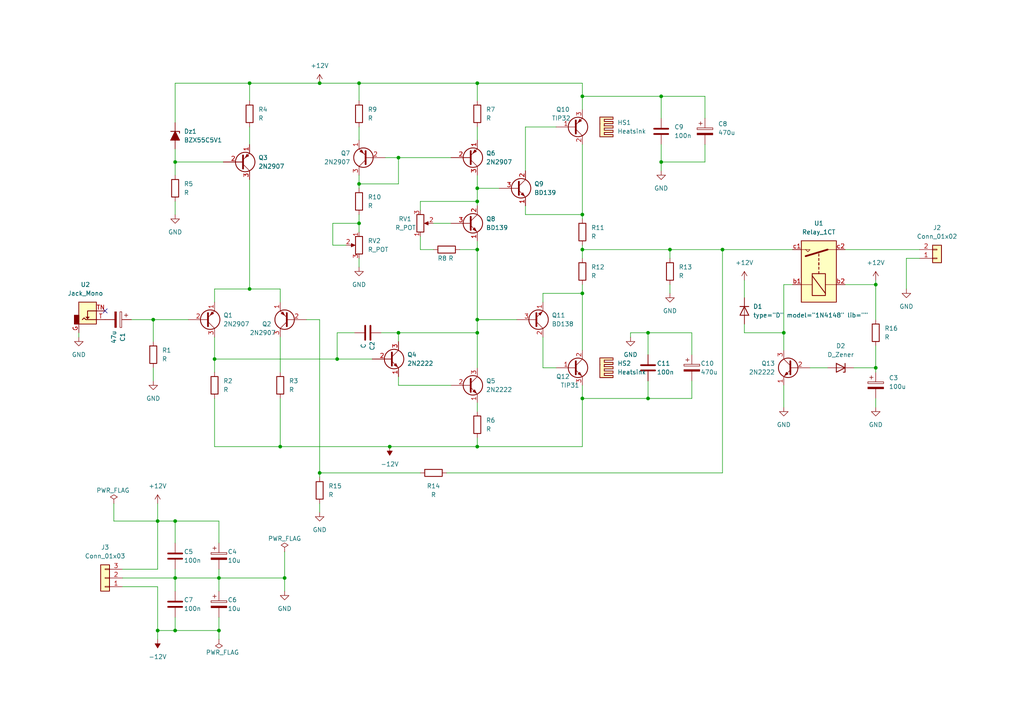
<source format=kicad_sch>
(kicad_sch (version 20211123) (generator eeschema)

  (uuid 9538e4ed-27e6-4c37-b989-9859dc0d49e8)

  (paper "A4")

  (lib_symbols
    (symbol "CmpAmpliAudioTR:Relay_1CT" (pin_names (offset 1.016)) (in_bom yes) (on_board yes)
      (property "Reference" "U" (id 0) (at -2.54 10.16 0)
        (effects (font (size 1.27 1.27)))
      )
      (property "Value" "Relay_1CT" (id 1) (at 0 -11.43 0)
        (effects (font (size 1.27 1.27)))
      )
      (property "Footprint" "" (id 2) (at 0 0 0)
        (effects (font (size 1.27 1.27)) hide)
      )
      (property "Datasheet" "" (id 3) (at 0 0 0)
        (effects (font (size 1.27 1.27)) hide)
      )
      (symbol "Relay_1CT_1_0"
        (polyline
          (pts
            (xy 5.08 3.81)
            (xy 5.08 5.08)
          )
          (stroke (width 0) (type default) (color 0 0 0 0))
          (fill (type none))
        )
        (polyline
          (pts
            (xy 5.08 3.81)
            (xy 5.08 2.54)
            (xy 4.445 3.175)
            (xy 5.08 3.81)
          )
          (stroke (width 0) (type default) (color 0 0 0 0))
          (fill (type none))
        )
      )
      (symbol "Relay_1CT_1_1"
        (rectangle (start -10.16 5.08) (end 7.62 -5.08)
          (stroke (width 0.254) (type default) (color 0 0 0 0))
          (fill (type background))
        )
        (rectangle (start -8.255 1.905) (end -1.905 -1.905)
          (stroke (width 0.254) (type default) (color 0 0 0 0))
          (fill (type none))
        )
        (polyline
          (pts
            (xy -7.62 -1.905)
            (xy -2.54 1.905)
          )
          (stroke (width 0.254) (type default) (color 0 0 0 0))
          (fill (type none))
        )
        (polyline
          (pts
            (xy -5.08 -5.08)
            (xy -5.08 -1.905)
          )
          (stroke (width 0) (type default) (color 0 0 0 0))
          (fill (type none))
        )
        (polyline
          (pts
            (xy -5.08 5.08)
            (xy -5.08 1.905)
          )
          (stroke (width 0) (type default) (color 0 0 0 0))
          (fill (type none))
        )
        (polyline
          (pts
            (xy -1.905 0)
            (xy -1.27 0)
          )
          (stroke (width 0.254) (type default) (color 0 0 0 0))
          (fill (type none))
        )
        (polyline
          (pts
            (xy -0.635 0)
            (xy 0 0)
          )
          (stroke (width 0.254) (type default) (color 0 0 0 0))
          (fill (type none))
        )
        (polyline
          (pts
            (xy 0.635 0)
            (xy 1.27 0)
          )
          (stroke (width 0.254) (type default) (color 0 0 0 0))
          (fill (type none))
        )
        (polyline
          (pts
            (xy 0.635 0)
            (xy 1.27 0)
          )
          (stroke (width 0.254) (type default) (color 0 0 0 0))
          (fill (type none))
        )
        (polyline
          (pts
            (xy 1.905 0)
            (xy 2.54 0)
          )
          (stroke (width 0.254) (type default) (color 0 0 0 0))
          (fill (type none))
        )
        (polyline
          (pts
            (xy 3.175 0)
            (xy 3.81 0)
          )
          (stroke (width 0.254) (type default) (color 0 0 0 0))
          (fill (type none))
        )
        (polyline
          (pts
            (xy 5.08 -2.54)
            (xy 3.175 3.81)
          )
          (stroke (width 0.508) (type default) (color 0 0 0 0))
          (fill (type none))
        )
        (polyline
          (pts
            (xy 5.08 -2.54)
            (xy 5.08 -5.08)
          )
          (stroke (width 0) (type default) (color 0 0 0 0))
          (fill (type none))
        )
        (pin passive line (at -5.08 7.62 270) (length 2.54)
          (name "~" (effects (font (size 1.27 1.27))))
          (number "b1" (effects (font (size 1.27 1.27))))
        )
        (pin passive line (at -5.08 -7.62 90) (length 2.54)
          (name "~" (effects (font (size 1.27 1.27))))
          (number "b2" (effects (font (size 1.27 1.27))))
        )
        (pin passive line (at 5.08 7.62 270) (length 2.54)
          (name "~" (effects (font (size 1.27 1.27))))
          (number "c1" (effects (font (size 1.27 1.27))))
        )
        (pin passive line (at 5.08 -7.62 90) (length 2.54)
          (name "~" (effects (font (size 1.27 1.27))))
          (number "c2" (effects (font (size 1.27 1.27))))
        )
      )
    )
    (symbol "Cmp_Ampli:Jack_Mono" (in_bom yes) (on_board yes)
      (property "Reference" "U" (id 0) (at 0 6.35 0)
        (effects (font (size 1.27 1.27)))
      )
      (property "Value" "Jack_Mono" (id 1) (at 4.064 -4.572 0)
        (effects (font (size 1.27 1.27)))
      )
      (property "Footprint" "" (id 2) (at 0 6.35 0)
        (effects (font (size 1.27 1.27)) hide)
      )
      (property "Datasheet" "" (id 3) (at 0 6.35 0)
        (effects (font (size 1.27 1.27)) hide)
      )
      (symbol "Jack_Mono_0_1"
        (rectangle (start -2.54 -2.54) (end -3.81 0)
          (stroke (width 0.254) (type default) (color 0 0 0 0))
          (fill (type outline))
        )
        (polyline
          (pts
            (xy 2.54 1.27)
            (xy 0 1.27)
            (xy 0 -1.016)
          )
          (stroke (width 0.254) (type default) (color 0 0 0 0))
          (fill (type none))
        )
        (polyline
          (pts
            (xy -1.524 -1.27)
            (xy -1.016 -0.762)
            (xy -0.508 -1.27)
            (xy 2.54 -1.27)
          )
          (stroke (width 0.254) (type default) (color 0 0 0 0))
          (fill (type none))
        )
        (polyline
          (pts
            (xy 0 -1.016)
            (xy 0.508 -0.508)
            (xy -0.508 -0.508)
            (xy 0 -1.016)
          )
          (stroke (width 0) (type default) (color 0 0 0 0))
          (fill (type outline))
        )
        (rectangle (start 2.54 3.81) (end -2.54 -2.54)
          (stroke (width 0.254) (type default) (color 0 0 0 0))
          (fill (type background))
        )
      )
      (symbol "Jack_Mono_1_1"
        (pin passive line (at -2.54 -5.08 90) (length 2.54)
          (name "~" (effects (font (size 1.27 1.27))))
          (number "G" (effects (font (size 1.27 1.27))))
        )
        (pin passive line (at 5.08 -1.27 180) (length 2.54)
          (name "~" (effects (font (size 1.27 1.27))))
          (number "T" (effects (font (size 1.27 1.27))))
        )
        (pin passive line (at 5.08 1.27 180) (length 2.54)
          (name "~" (effects (font (size 1.27 1.27))))
          (number "TN" (effects (font (size 1.27 1.27))))
        )
      )
    )
    (symbol "Connector_Generic:Conn_01x02" (pin_names (offset 1.016) hide) (in_bom yes) (on_board yes)
      (property "Reference" "J" (id 0) (at 0 2.54 0)
        (effects (font (size 1.27 1.27)))
      )
      (property "Value" "Conn_01x02" (id 1) (at 0 -5.08 0)
        (effects (font (size 1.27 1.27)))
      )
      (property "Footprint" "" (id 2) (at 0 0 0)
        (effects (font (size 1.27 1.27)) hide)
      )
      (property "Datasheet" "~" (id 3) (at 0 0 0)
        (effects (font (size 1.27 1.27)) hide)
      )
      (property "ki_keywords" "connector" (id 4) (at 0 0 0)
        (effects (font (size 1.27 1.27)) hide)
      )
      (property "ki_description" "Generic connector, single row, 01x02, script generated (kicad-library-utils/schlib/autogen/connector/)" (id 5) (at 0 0 0)
        (effects (font (size 1.27 1.27)) hide)
      )
      (property "ki_fp_filters" "Connector*:*_1x??_*" (id 6) (at 0 0 0)
        (effects (font (size 1.27 1.27)) hide)
      )
      (symbol "Conn_01x02_1_1"
        (rectangle (start -1.27 -2.413) (end 0 -2.667)
          (stroke (width 0.1524) (type default) (color 0 0 0 0))
          (fill (type none))
        )
        (rectangle (start -1.27 0.127) (end 0 -0.127)
          (stroke (width 0.1524) (type default) (color 0 0 0 0))
          (fill (type none))
        )
        (rectangle (start -1.27 1.27) (end 1.27 -3.81)
          (stroke (width 0.254) (type default) (color 0 0 0 0))
          (fill (type background))
        )
        (pin passive line (at -5.08 0 0) (length 3.81)
          (name "Pin_1" (effects (font (size 1.27 1.27))))
          (number "1" (effects (font (size 1.27 1.27))))
        )
        (pin passive line (at -5.08 -2.54 0) (length 3.81)
          (name "Pin_2" (effects (font (size 1.27 1.27))))
          (number "2" (effects (font (size 1.27 1.27))))
        )
      )
    )
    (symbol "Connector_Generic:Conn_01x03" (pin_names (offset 1.016) hide) (in_bom yes) (on_board yes)
      (property "Reference" "J" (id 0) (at 0 5.08 0)
        (effects (font (size 1.27 1.27)))
      )
      (property "Value" "Conn_01x03" (id 1) (at 0 -5.08 0)
        (effects (font (size 1.27 1.27)))
      )
      (property "Footprint" "" (id 2) (at 0 0 0)
        (effects (font (size 1.27 1.27)) hide)
      )
      (property "Datasheet" "~" (id 3) (at 0 0 0)
        (effects (font (size 1.27 1.27)) hide)
      )
      (property "ki_keywords" "connector" (id 4) (at 0 0 0)
        (effects (font (size 1.27 1.27)) hide)
      )
      (property "ki_description" "Generic connector, single row, 01x03, script generated (kicad-library-utils/schlib/autogen/connector/)" (id 5) (at 0 0 0)
        (effects (font (size 1.27 1.27)) hide)
      )
      (property "ki_fp_filters" "Connector*:*_1x??_*" (id 6) (at 0 0 0)
        (effects (font (size 1.27 1.27)) hide)
      )
      (symbol "Conn_01x03_1_1"
        (rectangle (start -1.27 -2.413) (end 0 -2.667)
          (stroke (width 0.1524) (type default) (color 0 0 0 0))
          (fill (type none))
        )
        (rectangle (start -1.27 0.127) (end 0 -0.127)
          (stroke (width 0.1524) (type default) (color 0 0 0 0))
          (fill (type none))
        )
        (rectangle (start -1.27 2.667) (end 0 2.413)
          (stroke (width 0.1524) (type default) (color 0 0 0 0))
          (fill (type none))
        )
        (rectangle (start -1.27 3.81) (end 1.27 -3.81)
          (stroke (width 0.254) (type default) (color 0 0 0 0))
          (fill (type background))
        )
        (pin passive line (at -5.08 2.54 0) (length 3.81)
          (name "Pin_1" (effects (font (size 1.27 1.27))))
          (number "1" (effects (font (size 1.27 1.27))))
        )
        (pin passive line (at -5.08 0 0) (length 3.81)
          (name "Pin_2" (effects (font (size 1.27 1.27))))
          (number "2" (effects (font (size 1.27 1.27))))
        )
        (pin passive line (at -5.08 -2.54 0) (length 3.81)
          (name "Pin_3" (effects (font (size 1.27 1.27))))
          (number "3" (effects (font (size 1.27 1.27))))
        )
      )
    )
    (symbol "Device:C" (pin_numbers hide) (pin_names (offset 0.254)) (in_bom yes) (on_board yes)
      (property "Reference" "C" (id 0) (at 0.635 2.54 0)
        (effects (font (size 1.27 1.27)) (justify left))
      )
      (property "Value" "C" (id 1) (at 0.635 -2.54 0)
        (effects (font (size 1.27 1.27)) (justify left))
      )
      (property "Footprint" "" (id 2) (at 0.9652 -3.81 0)
        (effects (font (size 1.27 1.27)) hide)
      )
      (property "Datasheet" "~" (id 3) (at 0 0 0)
        (effects (font (size 1.27 1.27)) hide)
      )
      (property "ki_keywords" "cap capacitor" (id 4) (at 0 0 0)
        (effects (font (size 1.27 1.27)) hide)
      )
      (property "ki_description" "Unpolarized capacitor" (id 5) (at 0 0 0)
        (effects (font (size 1.27 1.27)) hide)
      )
      (property "ki_fp_filters" "C_*" (id 6) (at 0 0 0)
        (effects (font (size 1.27 1.27)) hide)
      )
      (symbol "C_0_1"
        (polyline
          (pts
            (xy -2.032 -0.762)
            (xy 2.032 -0.762)
          )
          (stroke (width 0.508) (type default) (color 0 0 0 0))
          (fill (type none))
        )
        (polyline
          (pts
            (xy -2.032 0.762)
            (xy 2.032 0.762)
          )
          (stroke (width 0.508) (type default) (color 0 0 0 0))
          (fill (type none))
        )
      )
      (symbol "C_1_1"
        (pin passive line (at 0 3.81 270) (length 2.794)
          (name "~" (effects (font (size 1.27 1.27))))
          (number "1" (effects (font (size 1.27 1.27))))
        )
        (pin passive line (at 0 -3.81 90) (length 2.794)
          (name "~" (effects (font (size 1.27 1.27))))
          (number "2" (effects (font (size 1.27 1.27))))
        )
      )
    )
    (symbol "Device:C_Polarized" (pin_numbers hide) (pin_names (offset 0.254)) (in_bom yes) (on_board yes)
      (property "Reference" "C" (id 0) (at 0.635 2.54 0)
        (effects (font (size 1.27 1.27)) (justify left))
      )
      (property "Value" "C_Polarized" (id 1) (at 0.635 -2.54 0)
        (effects (font (size 1.27 1.27)) (justify left))
      )
      (property "Footprint" "" (id 2) (at 0.9652 -3.81 0)
        (effects (font (size 1.27 1.27)) hide)
      )
      (property "Datasheet" "~" (id 3) (at 0 0 0)
        (effects (font (size 1.27 1.27)) hide)
      )
      (property "ki_keywords" "cap capacitor" (id 4) (at 0 0 0)
        (effects (font (size 1.27 1.27)) hide)
      )
      (property "ki_description" "Polarized capacitor" (id 5) (at 0 0 0)
        (effects (font (size 1.27 1.27)) hide)
      )
      (property "ki_fp_filters" "CP_*" (id 6) (at 0 0 0)
        (effects (font (size 1.27 1.27)) hide)
      )
      (symbol "C_Polarized_0_1"
        (rectangle (start -2.286 0.508) (end 2.286 1.016)
          (stroke (width 0) (type default) (color 0 0 0 0))
          (fill (type none))
        )
        (polyline
          (pts
            (xy -1.778 2.286)
            (xy -0.762 2.286)
          )
          (stroke (width 0) (type default) (color 0 0 0 0))
          (fill (type none))
        )
        (polyline
          (pts
            (xy -1.27 2.794)
            (xy -1.27 1.778)
          )
          (stroke (width 0) (type default) (color 0 0 0 0))
          (fill (type none))
        )
        (rectangle (start 2.286 -0.508) (end -2.286 -1.016)
          (stroke (width 0) (type default) (color 0 0 0 0))
          (fill (type outline))
        )
      )
      (symbol "C_Polarized_1_1"
        (pin passive line (at 0 3.81 270) (length 2.794)
          (name "~" (effects (font (size 1.27 1.27))))
          (number "1" (effects (font (size 1.27 1.27))))
        )
        (pin passive line (at 0 -3.81 90) (length 2.794)
          (name "~" (effects (font (size 1.27 1.27))))
          (number "2" (effects (font (size 1.27 1.27))))
        )
      )
    )
    (symbol "Device:D_Zener" (pin_numbers hide) (pin_names (offset 1.016) hide) (in_bom yes) (on_board yes)
      (property "Reference" "D" (id 0) (at 0 2.54 0)
        (effects (font (size 1.27 1.27)))
      )
      (property "Value" "D_Zener" (id 1) (at 0 -2.54 0)
        (effects (font (size 1.27 1.27)))
      )
      (property "Footprint" "" (id 2) (at 0 0 0)
        (effects (font (size 1.27 1.27)) hide)
      )
      (property "Datasheet" "~" (id 3) (at 0 0 0)
        (effects (font (size 1.27 1.27)) hide)
      )
      (property "ki_keywords" "diode" (id 4) (at 0 0 0)
        (effects (font (size 1.27 1.27)) hide)
      )
      (property "ki_description" "Zener diode" (id 5) (at 0 0 0)
        (effects (font (size 1.27 1.27)) hide)
      )
      (property "ki_fp_filters" "TO-???* *_Diode_* *SingleDiode* D_*" (id 6) (at 0 0 0)
        (effects (font (size 1.27 1.27)) hide)
      )
      (symbol "D_Zener_0_1"
        (polyline
          (pts
            (xy 1.27 0)
            (xy -1.27 0)
          )
          (stroke (width 0) (type default) (color 0 0 0 0))
          (fill (type none))
        )
        (polyline
          (pts
            (xy -1.27 -1.27)
            (xy -1.27 1.27)
            (xy -0.762 1.27)
          )
          (stroke (width 0.254) (type default) (color 0 0 0 0))
          (fill (type none))
        )
        (polyline
          (pts
            (xy 1.27 -1.27)
            (xy 1.27 1.27)
            (xy -1.27 0)
            (xy 1.27 -1.27)
          )
          (stroke (width 0.254) (type default) (color 0 0 0 0))
          (fill (type none))
        )
      )
      (symbol "D_Zener_1_1"
        (pin passive line (at -3.81 0 0) (length 2.54)
          (name "K" (effects (font (size 1.27 1.27))))
          (number "1" (effects (font (size 1.27 1.27))))
        )
        (pin passive line (at 3.81 0 180) (length 2.54)
          (name "A" (effects (font (size 1.27 1.27))))
          (number "2" (effects (font (size 1.27 1.27))))
        )
      )
    )
    (symbol "Device:D_Zener_Filled" (pin_numbers hide) (pin_names (offset 1.016) hide) (in_bom yes) (on_board yes)
      (property "Reference" "D" (id 0) (at 0 2.54 0)
        (effects (font (size 1.27 1.27)))
      )
      (property "Value" "D_Zener_Filled" (id 1) (at 0 -2.54 0)
        (effects (font (size 1.27 1.27)))
      )
      (property "Footprint" "" (id 2) (at 0 0 0)
        (effects (font (size 1.27 1.27)) hide)
      )
      (property "Datasheet" "~" (id 3) (at 0 0 0)
        (effects (font (size 1.27 1.27)) hide)
      )
      (property "ki_keywords" "diode" (id 4) (at 0 0 0)
        (effects (font (size 1.27 1.27)) hide)
      )
      (property "ki_description" "Zener diode, filled shape" (id 5) (at 0 0 0)
        (effects (font (size 1.27 1.27)) hide)
      )
      (property "ki_fp_filters" "TO-???* *_Diode_* *SingleDiode* D_*" (id 6) (at 0 0 0)
        (effects (font (size 1.27 1.27)) hide)
      )
      (symbol "D_Zener_Filled_0_1"
        (polyline
          (pts
            (xy 1.27 0)
            (xy -1.27 0)
          )
          (stroke (width 0) (type default) (color 0 0 0 0))
          (fill (type none))
        )
        (polyline
          (pts
            (xy -1.27 -1.27)
            (xy -1.27 1.27)
            (xy -0.762 1.27)
          )
          (stroke (width 0.254) (type default) (color 0 0 0 0))
          (fill (type none))
        )
        (polyline
          (pts
            (xy 1.27 -1.27)
            (xy 1.27 1.27)
            (xy -1.27 0)
            (xy 1.27 -1.27)
          )
          (stroke (width 0.254) (type default) (color 0 0 0 0))
          (fill (type outline))
        )
      )
      (symbol "D_Zener_Filled_1_1"
        (pin passive line (at -3.81 0 0) (length 2.54)
          (name "K" (effects (font (size 1.27 1.27))))
          (number "1" (effects (font (size 1.27 1.27))))
        )
        (pin passive line (at 3.81 0 180) (length 2.54)
          (name "A" (effects (font (size 1.27 1.27))))
          (number "2" (effects (font (size 1.27 1.27))))
        )
      )
    )
    (symbol "Device:Q_NPN_BCE" (pin_names (offset 0) hide) (in_bom yes) (on_board yes)
      (property "Reference" "Q" (id 0) (at 5.08 1.27 0)
        (effects (font (size 1.27 1.27)) (justify left))
      )
      (property "Value" "Q_NPN_BCE" (id 1) (at 5.08 -1.27 0)
        (effects (font (size 1.27 1.27)) (justify left))
      )
      (property "Footprint" "" (id 2) (at 5.08 2.54 0)
        (effects (font (size 1.27 1.27)) hide)
      )
      (property "Datasheet" "~" (id 3) (at 0 0 0)
        (effects (font (size 1.27 1.27)) hide)
      )
      (property "ki_keywords" "transistor NPN" (id 4) (at 0 0 0)
        (effects (font (size 1.27 1.27)) hide)
      )
      (property "ki_description" "NPN transistor, base/collector/emitter" (id 5) (at 0 0 0)
        (effects (font (size 1.27 1.27)) hide)
      )
      (symbol "Q_NPN_BCE_0_1"
        (polyline
          (pts
            (xy 0.635 0.635)
            (xy 2.54 2.54)
          )
          (stroke (width 0) (type default) (color 0 0 0 0))
          (fill (type none))
        )
        (polyline
          (pts
            (xy 0.635 -0.635)
            (xy 2.54 -2.54)
            (xy 2.54 -2.54)
          )
          (stroke (width 0) (type default) (color 0 0 0 0))
          (fill (type none))
        )
        (polyline
          (pts
            (xy 0.635 1.905)
            (xy 0.635 -1.905)
            (xy 0.635 -1.905)
          )
          (stroke (width 0.508) (type default) (color 0 0 0 0))
          (fill (type none))
        )
        (polyline
          (pts
            (xy 1.27 -1.778)
            (xy 1.778 -1.27)
            (xy 2.286 -2.286)
            (xy 1.27 -1.778)
            (xy 1.27 -1.778)
          )
          (stroke (width 0) (type default) (color 0 0 0 0))
          (fill (type outline))
        )
        (circle (center 1.27 0) (radius 2.8194)
          (stroke (width 0.254) (type default) (color 0 0 0 0))
          (fill (type none))
        )
      )
      (symbol "Q_NPN_BCE_1_1"
        (pin input line (at -5.08 0 0) (length 5.715)
          (name "B" (effects (font (size 1.27 1.27))))
          (number "1" (effects (font (size 1.27 1.27))))
        )
        (pin passive line (at 2.54 5.08 270) (length 2.54)
          (name "C" (effects (font (size 1.27 1.27))))
          (number "2" (effects (font (size 1.27 1.27))))
        )
        (pin passive line (at 2.54 -5.08 90) (length 2.54)
          (name "E" (effects (font (size 1.27 1.27))))
          (number "3" (effects (font (size 1.27 1.27))))
        )
      )
    )
    (symbol "Device:Q_NPN_EBC" (pin_names (offset 0) hide) (in_bom yes) (on_board yes)
      (property "Reference" "Q" (id 0) (at 5.08 1.27 0)
        (effects (font (size 1.27 1.27)) (justify left))
      )
      (property "Value" "Q_NPN_EBC" (id 1) (at 5.08 -1.27 0)
        (effects (font (size 1.27 1.27)) (justify left))
      )
      (property "Footprint" "" (id 2) (at 5.08 2.54 0)
        (effects (font (size 1.27 1.27)) hide)
      )
      (property "Datasheet" "~" (id 3) (at 0 0 0)
        (effects (font (size 1.27 1.27)) hide)
      )
      (property "ki_keywords" "transistor NPN" (id 4) (at 0 0 0)
        (effects (font (size 1.27 1.27)) hide)
      )
      (property "ki_description" "NPN transistor, emitter/base/collector" (id 5) (at 0 0 0)
        (effects (font (size 1.27 1.27)) hide)
      )
      (symbol "Q_NPN_EBC_0_1"
        (polyline
          (pts
            (xy 0.635 0.635)
            (xy 2.54 2.54)
          )
          (stroke (width 0) (type default) (color 0 0 0 0))
          (fill (type none))
        )
        (polyline
          (pts
            (xy 0.635 -0.635)
            (xy 2.54 -2.54)
            (xy 2.54 -2.54)
          )
          (stroke (width 0) (type default) (color 0 0 0 0))
          (fill (type none))
        )
        (polyline
          (pts
            (xy 0.635 1.905)
            (xy 0.635 -1.905)
            (xy 0.635 -1.905)
          )
          (stroke (width 0.508) (type default) (color 0 0 0 0))
          (fill (type none))
        )
        (polyline
          (pts
            (xy 1.27 -1.778)
            (xy 1.778 -1.27)
            (xy 2.286 -2.286)
            (xy 1.27 -1.778)
            (xy 1.27 -1.778)
          )
          (stroke (width 0) (type default) (color 0 0 0 0))
          (fill (type outline))
        )
        (circle (center 1.27 0) (radius 2.8194)
          (stroke (width 0.254) (type default) (color 0 0 0 0))
          (fill (type none))
        )
      )
      (symbol "Q_NPN_EBC_1_1"
        (pin passive line (at 2.54 -5.08 90) (length 2.54)
          (name "E" (effects (font (size 1.27 1.27))))
          (number "1" (effects (font (size 1.27 1.27))))
        )
        (pin passive line (at -5.08 0 0) (length 5.715)
          (name "B" (effects (font (size 1.27 1.27))))
          (number "2" (effects (font (size 1.27 1.27))))
        )
        (pin passive line (at 2.54 5.08 270) (length 2.54)
          (name "C" (effects (font (size 1.27 1.27))))
          (number "3" (effects (font (size 1.27 1.27))))
        )
      )
    )
    (symbol "Device:Q_NPN_ECB" (pin_names (offset 0) hide) (in_bom yes) (on_board yes)
      (property "Reference" "Q" (id 0) (at 5.08 1.27 0)
        (effects (font (size 1.27 1.27)) (justify left))
      )
      (property "Value" "Q_NPN_ECB" (id 1) (at 5.08 -1.27 0)
        (effects (font (size 1.27 1.27)) (justify left))
      )
      (property "Footprint" "" (id 2) (at 5.08 2.54 0)
        (effects (font (size 1.27 1.27)) hide)
      )
      (property "Datasheet" "~" (id 3) (at 0 0 0)
        (effects (font (size 1.27 1.27)) hide)
      )
      (property "ki_keywords" "transistor NPN" (id 4) (at 0 0 0)
        (effects (font (size 1.27 1.27)) hide)
      )
      (property "ki_description" "NPN transistor, emitter/collector/base" (id 5) (at 0 0 0)
        (effects (font (size 1.27 1.27)) hide)
      )
      (symbol "Q_NPN_ECB_0_1"
        (polyline
          (pts
            (xy 0.635 0.635)
            (xy 2.54 2.54)
          )
          (stroke (width 0) (type default) (color 0 0 0 0))
          (fill (type none))
        )
        (polyline
          (pts
            (xy 0.635 -0.635)
            (xy 2.54 -2.54)
            (xy 2.54 -2.54)
          )
          (stroke (width 0) (type default) (color 0 0 0 0))
          (fill (type none))
        )
        (polyline
          (pts
            (xy 0.635 1.905)
            (xy 0.635 -1.905)
            (xy 0.635 -1.905)
          )
          (stroke (width 0.508) (type default) (color 0 0 0 0))
          (fill (type none))
        )
        (polyline
          (pts
            (xy 1.27 -1.778)
            (xy 1.778 -1.27)
            (xy 2.286 -2.286)
            (xy 1.27 -1.778)
            (xy 1.27 -1.778)
          )
          (stroke (width 0) (type default) (color 0 0 0 0))
          (fill (type outline))
        )
        (circle (center 1.27 0) (radius 2.8194)
          (stroke (width 0.254) (type default) (color 0 0 0 0))
          (fill (type none))
        )
      )
      (symbol "Q_NPN_ECB_1_1"
        (pin passive line (at 2.54 -5.08 90) (length 2.54)
          (name "E" (effects (font (size 1.27 1.27))))
          (number "1" (effects (font (size 1.27 1.27))))
        )
        (pin passive line (at 2.54 5.08 270) (length 2.54)
          (name "C" (effects (font (size 1.27 1.27))))
          (number "2" (effects (font (size 1.27 1.27))))
        )
        (pin passive line (at -5.08 0 0) (length 5.715)
          (name "B" (effects (font (size 1.27 1.27))))
          (number "3" (effects (font (size 1.27 1.27))))
        )
      )
    )
    (symbol "Device:Q_PNP_BCE" (pin_names (offset 0) hide) (in_bom yes) (on_board yes)
      (property "Reference" "Q" (id 0) (at 5.08 1.27 0)
        (effects (font (size 1.27 1.27)) (justify left))
      )
      (property "Value" "Q_PNP_BCE" (id 1) (at 5.08 -1.27 0)
        (effects (font (size 1.27 1.27)) (justify left))
      )
      (property "Footprint" "" (id 2) (at 5.08 2.54 0)
        (effects (font (size 1.27 1.27)) hide)
      )
      (property "Datasheet" "~" (id 3) (at 0 0 0)
        (effects (font (size 1.27 1.27)) hide)
      )
      (property "ki_keywords" "transistor PNP" (id 4) (at 0 0 0)
        (effects (font (size 1.27 1.27)) hide)
      )
      (property "ki_description" "PNP transistor, base/collector/emitter" (id 5) (at 0 0 0)
        (effects (font (size 1.27 1.27)) hide)
      )
      (symbol "Q_PNP_BCE_0_1"
        (polyline
          (pts
            (xy 0.635 0.635)
            (xy 2.54 2.54)
          )
          (stroke (width 0) (type default) (color 0 0 0 0))
          (fill (type none))
        )
        (polyline
          (pts
            (xy 0.635 -0.635)
            (xy 2.54 -2.54)
            (xy 2.54 -2.54)
          )
          (stroke (width 0) (type default) (color 0 0 0 0))
          (fill (type none))
        )
        (polyline
          (pts
            (xy 0.635 1.905)
            (xy 0.635 -1.905)
            (xy 0.635 -1.905)
          )
          (stroke (width 0.508) (type default) (color 0 0 0 0))
          (fill (type none))
        )
        (polyline
          (pts
            (xy 2.286 -1.778)
            (xy 1.778 -2.286)
            (xy 1.27 -1.27)
            (xy 2.286 -1.778)
            (xy 2.286 -1.778)
          )
          (stroke (width 0) (type default) (color 0 0 0 0))
          (fill (type outline))
        )
        (circle (center 1.27 0) (radius 2.8194)
          (stroke (width 0.254) (type default) (color 0 0 0 0))
          (fill (type none))
        )
      )
      (symbol "Q_PNP_BCE_1_1"
        (pin input line (at -5.08 0 0) (length 5.715)
          (name "B" (effects (font (size 1.27 1.27))))
          (number "1" (effects (font (size 1.27 1.27))))
        )
        (pin passive line (at 2.54 5.08 270) (length 2.54)
          (name "C" (effects (font (size 1.27 1.27))))
          (number "2" (effects (font (size 1.27 1.27))))
        )
        (pin passive line (at 2.54 -5.08 90) (length 2.54)
          (name "E" (effects (font (size 1.27 1.27))))
          (number "3" (effects (font (size 1.27 1.27))))
        )
      )
    )
    (symbol "Device:Q_PNP_EBC" (pin_names (offset 0) hide) (in_bom yes) (on_board yes)
      (property "Reference" "Q" (id 0) (at 5.08 1.27 0)
        (effects (font (size 1.27 1.27)) (justify left))
      )
      (property "Value" "Q_PNP_EBC" (id 1) (at 5.08 -1.27 0)
        (effects (font (size 1.27 1.27)) (justify left))
      )
      (property "Footprint" "" (id 2) (at 5.08 2.54 0)
        (effects (font (size 1.27 1.27)) hide)
      )
      (property "Datasheet" "~" (id 3) (at 0 0 0)
        (effects (font (size 1.27 1.27)) hide)
      )
      (property "ki_keywords" "transistor PNP" (id 4) (at 0 0 0)
        (effects (font (size 1.27 1.27)) hide)
      )
      (property "ki_description" "PNP transistor, emitter/base/collector" (id 5) (at 0 0 0)
        (effects (font (size 1.27 1.27)) hide)
      )
      (symbol "Q_PNP_EBC_0_1"
        (polyline
          (pts
            (xy 0.635 0.635)
            (xy 2.54 2.54)
          )
          (stroke (width 0) (type default) (color 0 0 0 0))
          (fill (type none))
        )
        (polyline
          (pts
            (xy 0.635 -0.635)
            (xy 2.54 -2.54)
            (xy 2.54 -2.54)
          )
          (stroke (width 0) (type default) (color 0 0 0 0))
          (fill (type none))
        )
        (polyline
          (pts
            (xy 0.635 1.905)
            (xy 0.635 -1.905)
            (xy 0.635 -1.905)
          )
          (stroke (width 0.508) (type default) (color 0 0 0 0))
          (fill (type none))
        )
        (polyline
          (pts
            (xy 2.286 -1.778)
            (xy 1.778 -2.286)
            (xy 1.27 -1.27)
            (xy 2.286 -1.778)
            (xy 2.286 -1.778)
          )
          (stroke (width 0) (type default) (color 0 0 0 0))
          (fill (type outline))
        )
        (circle (center 1.27 0) (radius 2.8194)
          (stroke (width 0.254) (type default) (color 0 0 0 0))
          (fill (type none))
        )
      )
      (symbol "Q_PNP_EBC_1_1"
        (pin passive line (at 2.54 -5.08 90) (length 2.54)
          (name "E" (effects (font (size 1.27 1.27))))
          (number "1" (effects (font (size 1.27 1.27))))
        )
        (pin input line (at -5.08 0 0) (length 5.715)
          (name "B" (effects (font (size 1.27 1.27))))
          (number "2" (effects (font (size 1.27 1.27))))
        )
        (pin passive line (at 2.54 5.08 270) (length 2.54)
          (name "C" (effects (font (size 1.27 1.27))))
          (number "3" (effects (font (size 1.27 1.27))))
        )
      )
    )
    (symbol "Device:R" (pin_numbers hide) (pin_names (offset 0)) (in_bom yes) (on_board yes)
      (property "Reference" "R" (id 0) (at 2.032 0 90)
        (effects (font (size 1.27 1.27)))
      )
      (property "Value" "R" (id 1) (at 0 0 90)
        (effects (font (size 1.27 1.27)))
      )
      (property "Footprint" "" (id 2) (at -1.778 0 90)
        (effects (font (size 1.27 1.27)) hide)
      )
      (property "Datasheet" "~" (id 3) (at 0 0 0)
        (effects (font (size 1.27 1.27)) hide)
      )
      (property "ki_keywords" "R res resistor" (id 4) (at 0 0 0)
        (effects (font (size 1.27 1.27)) hide)
      )
      (property "ki_description" "Resistor" (id 5) (at 0 0 0)
        (effects (font (size 1.27 1.27)) hide)
      )
      (property "ki_fp_filters" "R_*" (id 6) (at 0 0 0)
        (effects (font (size 1.27 1.27)) hide)
      )
      (symbol "R_0_1"
        (rectangle (start -1.016 -2.54) (end 1.016 2.54)
          (stroke (width 0.254) (type default) (color 0 0 0 0))
          (fill (type none))
        )
      )
      (symbol "R_1_1"
        (pin passive line (at 0 3.81 270) (length 1.27)
          (name "~" (effects (font (size 1.27 1.27))))
          (number "1" (effects (font (size 1.27 1.27))))
        )
        (pin passive line (at 0 -3.81 90) (length 1.27)
          (name "~" (effects (font (size 1.27 1.27))))
          (number "2" (effects (font (size 1.27 1.27))))
        )
      )
    )
    (symbol "Device:R_Potentiometer" (pin_names (offset 1.016) hide) (in_bom yes) (on_board yes)
      (property "Reference" "RV" (id 0) (at -4.445 0 90)
        (effects (font (size 1.27 1.27)))
      )
      (property "Value" "R_Potentiometer" (id 1) (at -2.54 0 90)
        (effects (font (size 1.27 1.27)))
      )
      (property "Footprint" "" (id 2) (at 0 0 0)
        (effects (font (size 1.27 1.27)) hide)
      )
      (property "Datasheet" "~" (id 3) (at 0 0 0)
        (effects (font (size 1.27 1.27)) hide)
      )
      (property "ki_keywords" "resistor variable" (id 4) (at 0 0 0)
        (effects (font (size 1.27 1.27)) hide)
      )
      (property "ki_description" "Potentiometer" (id 5) (at 0 0 0)
        (effects (font (size 1.27 1.27)) hide)
      )
      (property "ki_fp_filters" "Potentiometer*" (id 6) (at 0 0 0)
        (effects (font (size 1.27 1.27)) hide)
      )
      (symbol "R_Potentiometer_0_1"
        (polyline
          (pts
            (xy 2.54 0)
            (xy 1.524 0)
          )
          (stroke (width 0) (type default) (color 0 0 0 0))
          (fill (type none))
        )
        (polyline
          (pts
            (xy 1.143 0)
            (xy 2.286 0.508)
            (xy 2.286 -0.508)
            (xy 1.143 0)
          )
          (stroke (width 0) (type default) (color 0 0 0 0))
          (fill (type outline))
        )
        (rectangle (start 1.016 2.54) (end -1.016 -2.54)
          (stroke (width 0.254) (type default) (color 0 0 0 0))
          (fill (type none))
        )
      )
      (symbol "R_Potentiometer_1_1"
        (pin passive line (at 0 3.81 270) (length 1.27)
          (name "1" (effects (font (size 1.27 1.27))))
          (number "1" (effects (font (size 1.27 1.27))))
        )
        (pin passive line (at 3.81 0 180) (length 1.27)
          (name "2" (effects (font (size 1.27 1.27))))
          (number "2" (effects (font (size 1.27 1.27))))
        )
        (pin passive line (at 0 -3.81 90) (length 1.27)
          (name "3" (effects (font (size 1.27 1.27))))
          (number "3" (effects (font (size 1.27 1.27))))
        )
      )
    )
    (symbol "Mechanical:Heatsink" (pin_names (offset 1.016)) (in_bom yes) (on_board yes)
      (property "Reference" "HS" (id 0) (at 0 5.08 0)
        (effects (font (size 1.27 1.27)))
      )
      (property "Value" "Heatsink" (id 1) (at 0 -1.27 0)
        (effects (font (size 1.27 1.27)))
      )
      (property "Footprint" "" (id 2) (at 0.3048 0 0)
        (effects (font (size 1.27 1.27)) hide)
      )
      (property "Datasheet" "~" (id 3) (at 0.3048 0 0)
        (effects (font (size 1.27 1.27)) hide)
      )
      (property "ki_keywords" "thermal heat temperature" (id 4) (at 0 0 0)
        (effects (font (size 1.27 1.27)) hide)
      )
      (property "ki_description" "Heatsink" (id 5) (at 0 0 0)
        (effects (font (size 1.27 1.27)) hide)
      )
      (property "ki_fp_filters" "Heatsink_*" (id 6) (at 0 0 0)
        (effects (font (size 1.27 1.27)) hide)
      )
      (symbol "Heatsink_0_1"
        (polyline
          (pts
            (xy -0.3302 1.27)
            (xy -0.9652 1.27)
            (xy -0.9652 3.81)
            (xy -1.6002 3.81)
            (xy -1.6002 1.27)
            (xy -2.2352 1.27)
            (xy -2.2352 3.81)
            (xy -2.8702 3.81)
            (xy -2.8702 0)
            (xy -0.9652 0)
          )
          (stroke (width 0.254) (type default) (color 0 0 0 0))
          (fill (type background))
        )
        (polyline
          (pts
            (xy -0.3302 1.27)
            (xy -0.3302 3.81)
            (xy 0.3048 3.81)
            (xy 0.3048 1.27)
            (xy 0.9398 1.27)
            (xy 0.9398 3.81)
            (xy 1.5748 3.81)
            (xy 1.5748 1.27)
            (xy 2.2098 1.27)
            (xy 2.2098 3.81)
            (xy 2.8448 3.81)
            (xy 2.8448 0)
            (xy -0.9652 0)
          )
          (stroke (width 0.254) (type default) (color 0 0 0 0))
          (fill (type background))
        )
      )
    )
    (symbol "Simulation_SPICE:DIODE" (pin_numbers hide) (pin_names (offset 1.016) hide) (in_bom yes) (on_board yes)
      (property "Reference" "D" (id 0) (at 0 2.54 0)
        (effects (font (size 1.27 1.27)))
      )
      (property "Value" "DIODE" (id 1) (at 0 -2.54 0)
        (effects (font (size 1.27 1.27)))
      )
      (property "Footprint" "" (id 2) (at 0 0 0)
        (effects (font (size 1.27 1.27)) hide)
      )
      (property "Datasheet" "~" (id 3) (at 0 0 0)
        (effects (font (size 1.27 1.27)) hide)
      )
      (property "Spice_Netlist_Enabled" "Y" (id 4) (at 0 0 0)
        (effects (font (size 1.27 1.27)) (justify left) hide)
      )
      (property "Spice_Primitive" "D" (id 5) (at 0 0 0)
        (effects (font (size 1.27 1.27)) (justify left) hide)
      )
      (property "ki_keywords" "simulation" (id 6) (at 0 0 0)
        (effects (font (size 1.27 1.27)) hide)
      )
      (property "ki_description" "Diode, anode on pin 1, for simulation only!" (id 7) (at 0 0 0)
        (effects (font (size 1.27 1.27)) hide)
      )
      (symbol "DIODE_0_1"
        (polyline
          (pts
            (xy 1.27 0)
            (xy -1.27 0)
          )
          (stroke (width 0) (type default) (color 0 0 0 0))
          (fill (type none))
        )
        (polyline
          (pts
            (xy 1.27 1.27)
            (xy 1.27 -1.27)
          )
          (stroke (width 0.254) (type default) (color 0 0 0 0))
          (fill (type none))
        )
        (polyline
          (pts
            (xy -1.27 -1.27)
            (xy -1.27 1.27)
            (xy 1.27 0)
            (xy -1.27 -1.27)
          )
          (stroke (width 0.254) (type default) (color 0 0 0 0))
          (fill (type none))
        )
      )
      (symbol "DIODE_1_1"
        (pin passive line (at -3.81 0 0) (length 2.54)
          (name "A" (effects (font (size 1.27 1.27))))
          (number "1" (effects (font (size 1.27 1.27))))
        )
        (pin passive line (at 3.81 0 180) (length 2.54)
          (name "K" (effects (font (size 1.27 1.27))))
          (number "2" (effects (font (size 1.27 1.27))))
        )
      )
    )
    (symbol "power:+12V" (power) (pin_names (offset 0)) (in_bom yes) (on_board yes)
      (property "Reference" "#PWR" (id 0) (at 0 -3.81 0)
        (effects (font (size 1.27 1.27)) hide)
      )
      (property "Value" "+12V" (id 1) (at 0 3.556 0)
        (effects (font (size 1.27 1.27)))
      )
      (property "Footprint" "" (id 2) (at 0 0 0)
        (effects (font (size 1.27 1.27)) hide)
      )
      (property "Datasheet" "" (id 3) (at 0 0 0)
        (effects (font (size 1.27 1.27)) hide)
      )
      (property "ki_keywords" "power-flag" (id 4) (at 0 0 0)
        (effects (font (size 1.27 1.27)) hide)
      )
      (property "ki_description" "Power symbol creates a global label with name \"+12V\"" (id 5) (at 0 0 0)
        (effects (font (size 1.27 1.27)) hide)
      )
      (symbol "+12V_0_1"
        (polyline
          (pts
            (xy -0.762 1.27)
            (xy 0 2.54)
          )
          (stroke (width 0) (type default) (color 0 0 0 0))
          (fill (type none))
        )
        (polyline
          (pts
            (xy 0 0)
            (xy 0 2.54)
          )
          (stroke (width 0) (type default) (color 0 0 0 0))
          (fill (type none))
        )
        (polyline
          (pts
            (xy 0 2.54)
            (xy 0.762 1.27)
          )
          (stroke (width 0) (type default) (color 0 0 0 0))
          (fill (type none))
        )
      )
      (symbol "+12V_1_1"
        (pin power_in line (at 0 0 90) (length 0) hide
          (name "+12V" (effects (font (size 1.27 1.27))))
          (number "1" (effects (font (size 1.27 1.27))))
        )
      )
    )
    (symbol "power:-12V" (power) (pin_names (offset 0)) (in_bom yes) (on_board yes)
      (property "Reference" "#PWR" (id 0) (at 0 2.54 0)
        (effects (font (size 1.27 1.27)) hide)
      )
      (property "Value" "-12V" (id 1) (at 0 3.81 0)
        (effects (font (size 1.27 1.27)))
      )
      (property "Footprint" "" (id 2) (at 0 0 0)
        (effects (font (size 1.27 1.27)) hide)
      )
      (property "Datasheet" "" (id 3) (at 0 0 0)
        (effects (font (size 1.27 1.27)) hide)
      )
      (property "ki_keywords" "power-flag" (id 4) (at 0 0 0)
        (effects (font (size 1.27 1.27)) hide)
      )
      (property "ki_description" "Power symbol creates a global label with name \"-12V\"" (id 5) (at 0 0 0)
        (effects (font (size 1.27 1.27)) hide)
      )
      (symbol "-12V_0_0"
        (pin power_in line (at 0 0 90) (length 0) hide
          (name "-12V" (effects (font (size 1.27 1.27))))
          (number "1" (effects (font (size 1.27 1.27))))
        )
      )
      (symbol "-12V_0_1"
        (polyline
          (pts
            (xy 0 0)
            (xy 0 1.27)
            (xy 0.762 1.27)
            (xy 0 2.54)
            (xy -0.762 1.27)
            (xy 0 1.27)
          )
          (stroke (width 0) (type default) (color 0 0 0 0))
          (fill (type outline))
        )
      )
    )
    (symbol "power:GND" (power) (pin_names (offset 0)) (in_bom yes) (on_board yes)
      (property "Reference" "#PWR" (id 0) (at 0 -6.35 0)
        (effects (font (size 1.27 1.27)) hide)
      )
      (property "Value" "GND" (id 1) (at 0 -3.81 0)
        (effects (font (size 1.27 1.27)))
      )
      (property "Footprint" "" (id 2) (at 0 0 0)
        (effects (font (size 1.27 1.27)) hide)
      )
      (property "Datasheet" "" (id 3) (at 0 0 0)
        (effects (font (size 1.27 1.27)) hide)
      )
      (property "ki_keywords" "power-flag" (id 4) (at 0 0 0)
        (effects (font (size 1.27 1.27)) hide)
      )
      (property "ki_description" "Power symbol creates a global label with name \"GND\" , ground" (id 5) (at 0 0 0)
        (effects (font (size 1.27 1.27)) hide)
      )
      (symbol "GND_0_1"
        (polyline
          (pts
            (xy 0 0)
            (xy 0 -1.27)
            (xy 1.27 -1.27)
            (xy 0 -2.54)
            (xy -1.27 -1.27)
            (xy 0 -1.27)
          )
          (stroke (width 0) (type default) (color 0 0 0 0))
          (fill (type none))
        )
      )
      (symbol "GND_1_1"
        (pin power_in line (at 0 0 270) (length 0) hide
          (name "GND" (effects (font (size 1.27 1.27))))
          (number "1" (effects (font (size 1.27 1.27))))
        )
      )
    )
    (symbol "power:PWR_FLAG" (power) (pin_numbers hide) (pin_names (offset 0) hide) (in_bom yes) (on_board yes)
      (property "Reference" "#FLG" (id 0) (at 0 1.905 0)
        (effects (font (size 1.27 1.27)) hide)
      )
      (property "Value" "PWR_FLAG" (id 1) (at 0 3.81 0)
        (effects (font (size 1.27 1.27)))
      )
      (property "Footprint" "" (id 2) (at 0 0 0)
        (effects (font (size 1.27 1.27)) hide)
      )
      (property "Datasheet" "~" (id 3) (at 0 0 0)
        (effects (font (size 1.27 1.27)) hide)
      )
      (property "ki_keywords" "power-flag" (id 4) (at 0 0 0)
        (effects (font (size 1.27 1.27)) hide)
      )
      (property "ki_description" "Special symbol for telling ERC where power comes from" (id 5) (at 0 0 0)
        (effects (font (size 1.27 1.27)) hide)
      )
      (symbol "PWR_FLAG_0_0"
        (pin power_out line (at 0 0 90) (length 0)
          (name "pwr" (effects (font (size 1.27 1.27))))
          (number "1" (effects (font (size 1.27 1.27))))
        )
      )
      (symbol "PWR_FLAG_0_1"
        (polyline
          (pts
            (xy 0 0)
            (xy 0 1.27)
            (xy -1.016 1.905)
            (xy 0 2.54)
            (xy 1.016 1.905)
            (xy 0 1.27)
          )
          (stroke (width 0) (type default) (color 0 0 0 0))
          (fill (type none))
        )
      )
    )
  )

  (junction (at 168.91 115.57) (diameter 0) (color 0 0 0 0)
    (uuid 0335116d-d4e5-4a91-8ce6-8b4eda81ae68)
  )
  (junction (at 187.96 115.57) (diameter 0) (color 0 0 0 0)
    (uuid 05d5252a-9c04-44b9-b8ff-4c51f585c570)
  )
  (junction (at 227.33 96.52) (diameter 0) (color 0 0 0 0)
    (uuid 06ae4604-55b7-48dd-915f-e9ac6e5a2730)
  )
  (junction (at 50.8 46.99) (diameter 0) (color 0 0 0 0)
    (uuid 0b70a2cb-cc44-4003-a119-11e90951b2c1)
  )
  (junction (at 45.72 151.13) (diameter 0) (color 0 0 0 0)
    (uuid 10aa7f8e-613b-409f-bdee-ecaaf1727c6b)
  )
  (junction (at 45.72 182.88) (diameter 0) (color 0 0 0 0)
    (uuid 21630a13-c031-4b77-b871-c8d7c80f0823)
  )
  (junction (at 138.43 54.61) (diameter 0) (color 0 0 0 0)
    (uuid 228de44a-1ff6-46d8-bc68-a9243df424c2)
  )
  (junction (at 168.91 72.39) (diameter 0) (color 0 0 0 0)
    (uuid 2473c864-5121-400d-a7c0-5543cc602070)
  )
  (junction (at 191.77 27.94) (diameter 0) (color 0 0 0 0)
    (uuid 34c54def-e2f4-4915-b67d-220fd61e452d)
  )
  (junction (at 138.43 92.71) (diameter 0) (color 0 0 0 0)
    (uuid 34fde6c6-0bed-49ad-b88e-14d119173f05)
  )
  (junction (at 44.45 92.71) (diameter 0) (color 0 0 0 0)
    (uuid 3b222451-1615-4f41-b853-a6ac17a16448)
  )
  (junction (at 138.43 96.52) (diameter 0) (color 0 0 0 0)
    (uuid 3c4d56ef-7232-46d2-9c07-e9f6c46260d8)
  )
  (junction (at 168.91 85.09) (diameter 0) (color 0 0 0 0)
    (uuid 4183e13f-839e-41a9-89a9-c5248e8810a7)
  )
  (junction (at 97.79 104.14) (diameter 0) (color 0 0 0 0)
    (uuid 4776876f-27ce-4ec8-9dad-3daf20b02382)
  )
  (junction (at 82.55 167.64) (diameter 0) (color 0 0 0 0)
    (uuid 4c425fd2-6a4a-438f-aece-564bf75d5e98)
  )
  (junction (at 72.39 24.13) (diameter 0) (color 0 0 0 0)
    (uuid 513f5e94-b57c-4b07-b8d4-11d4f2f84db4)
  )
  (junction (at 104.14 53.34) (diameter 0) (color 0 0 0 0)
    (uuid 52901490-1d05-4d37-b7f2-eb4906201c4f)
  )
  (junction (at 168.91 62.23) (diameter 0) (color 0 0 0 0)
    (uuid 5b948d3f-dc98-4534-a4ca-2cd6d7bbe884)
  )
  (junction (at 209.55 72.39) (diameter 0) (color 0 0 0 0)
    (uuid 6668719e-46fa-40a0-8f9f-bf757967eedf)
  )
  (junction (at 63.5 167.64) (diameter 0) (color 0 0 0 0)
    (uuid 69cd35a4-d00f-47da-888d-bf4b6eb9bfb7)
  )
  (junction (at 92.71 137.16) (diameter 0) (color 0 0 0 0)
    (uuid 6c27f58d-1972-4984-a40e-21f2a315c42f)
  )
  (junction (at 113.03 129.54) (diameter 0) (color 0 0 0 0)
    (uuid 6f973224-3e78-469b-a1c1-b821180b7668)
  )
  (junction (at 187.96 96.52) (diameter 0) (color 0 0 0 0)
    (uuid 763fdeb5-8819-4929-99c5-5abeb0a27862)
  )
  (junction (at 115.57 96.52) (diameter 0) (color 0 0 0 0)
    (uuid 7bb7c7b3-2535-4dee-9258-3b065698fb35)
  )
  (junction (at 115.57 45.72) (diameter 0) (color 0 0 0 0)
    (uuid 899764c8-5b10-4b03-a524-931128b0dc37)
  )
  (junction (at 72.39 83.82) (diameter 0) (color 0 0 0 0)
    (uuid 8e446a23-6a56-403c-a6a7-7cdc7886378f)
  )
  (junction (at 168.91 27.94) (diameter 0) (color 0 0 0 0)
    (uuid 903c94b2-61f3-498c-ae54-4e3ff855f472)
  )
  (junction (at 138.43 24.13) (diameter 0) (color 0 0 0 0)
    (uuid 930efa1d-f081-4ac4-b310-fe2d6766c6d2)
  )
  (junction (at 63.5 182.88) (diameter 0) (color 0 0 0 0)
    (uuid 95a7d3b8-39da-4a88-9f35-c02e34e81f34)
  )
  (junction (at 81.28 129.54) (diameter 0) (color 0 0 0 0)
    (uuid 969a444c-753e-424c-b055-8596ea3603b0)
  )
  (junction (at 50.8 182.88) (diameter 0) (color 0 0 0 0)
    (uuid 970824bb-94f5-49b3-abf0-4b78cd83defd)
  )
  (junction (at 50.8 151.13) (diameter 0) (color 0 0 0 0)
    (uuid abcc1160-e3c1-417d-b205-2b21c39a453b)
  )
  (junction (at 254 82.55) (diameter 0) (color 0 0 0 0)
    (uuid ae71cb0b-1399-4ac4-8348-53fd7fd484cb)
  )
  (junction (at 138.43 129.54) (diameter 0) (color 0 0 0 0)
    (uuid b0157328-dfd0-42a8-a4e9-5f4f667db86d)
  )
  (junction (at 104.14 24.13) (diameter 0) (color 0 0 0 0)
    (uuid b8325e48-8f7f-443b-8bcf-f5e6a7bae0fe)
  )
  (junction (at 104.14 64.77) (diameter 0) (color 0 0 0 0)
    (uuid c06ed492-cb34-4773-85ee-c25ac6962fb1)
  )
  (junction (at 62.23 104.14) (diameter 0) (color 0 0 0 0)
    (uuid d4443f67-3467-4092-ad75-b63c9a7ebd99)
  )
  (junction (at 194.31 72.39) (diameter 0) (color 0 0 0 0)
    (uuid d92d7e99-ea75-4373-b89f-0612a60d2f69)
  )
  (junction (at 191.77 46.99) (diameter 0) (color 0 0 0 0)
    (uuid e2ba4794-48ed-4dad-a897-399f36616926)
  )
  (junction (at 92.71 24.13) (diameter 0) (color 0 0 0 0)
    (uuid e3d5146c-7e4a-4228-ac94-ee2d98882644)
  )
  (junction (at 254 106.68) (diameter 0) (color 0 0 0 0)
    (uuid eabb2c78-c79b-441a-9d83-bc5851a8ebe2)
  )
  (junction (at 138.43 72.39) (diameter 0) (color 0 0 0 0)
    (uuid ed33d70c-b3e7-4503-971d-c2c960030b98)
  )
  (junction (at 50.8 167.64) (diameter 0) (color 0 0 0 0)
    (uuid f06c95dc-dcc8-489e-a216-1bfdc412d6fc)
  )
  (junction (at 138.43 58.42) (diameter 0) (color 0 0 0 0)
    (uuid fd7d6a52-245a-4899-beba-eb257c514d98)
  )

  (no_connect (at 30.48 90.17) (uuid 20243be3-d7e9-45cf-918e-7858b3339914))

  (wire (pts (xy 115.57 96.52) (xy 138.43 96.52))
    (stroke (width 0) (type default) (color 0 0 0 0))
    (uuid 00116c90-da1e-4da8-b1a8-6d1fe20081ac)
  )
  (wire (pts (xy 63.5 165.1) (xy 63.5 167.64))
    (stroke (width 0) (type default) (color 0 0 0 0))
    (uuid 00320b52-d9dd-4173-952d-127e735b5f2b)
  )
  (wire (pts (xy 191.77 46.99) (xy 191.77 49.53))
    (stroke (width 0) (type default) (color 0 0 0 0))
    (uuid 00ffcfa3-89e4-4a32-962f-afac6474a61d)
  )
  (wire (pts (xy 152.4 59.69) (xy 152.4 62.23))
    (stroke (width 0) (type default) (color 0 0 0 0))
    (uuid 01850c7c-9889-4675-83b4-2566a1ce5d21)
  )
  (wire (pts (xy 82.55 167.64) (xy 82.55 171.45))
    (stroke (width 0) (type default) (color 0 0 0 0))
    (uuid 0192f70d-ee0a-4163-9471-287a890befb3)
  )
  (wire (pts (xy 254 82.55) (xy 245.11 82.55))
    (stroke (width 0) (type default) (color 0 0 0 0))
    (uuid 05e1f411-3a91-4027-b324-674c00448546)
  )
  (wire (pts (xy 62.23 115.57) (xy 62.23 129.54))
    (stroke (width 0) (type default) (color 0 0 0 0))
    (uuid 05ffabbc-bd79-4eb0-84d2-2ce8b305a82e)
  )
  (wire (pts (xy 254 115.57) (xy 254 118.11))
    (stroke (width 0) (type default) (color 0 0 0 0))
    (uuid 060c4d39-1e04-4882-92be-f5c5e5780b99)
  )
  (wire (pts (xy 50.8 167.64) (xy 50.8 171.45))
    (stroke (width 0) (type default) (color 0 0 0 0))
    (uuid 062d999a-8b1b-4b70-a25a-3c5be4843040)
  )
  (wire (pts (xy 81.28 97.79) (xy 81.28 107.95))
    (stroke (width 0) (type default) (color 0 0 0 0))
    (uuid 0a17adb6-bec6-42e3-96c1-992b250e6557)
  )
  (wire (pts (xy 138.43 54.61) (xy 144.78 54.61))
    (stroke (width 0) (type default) (color 0 0 0 0))
    (uuid 0ac4f548-226e-4ab7-ba53-6179f896ea6f)
  )
  (wire (pts (xy 138.43 50.8) (xy 138.43 54.61))
    (stroke (width 0) (type default) (color 0 0 0 0))
    (uuid 0ae3d527-0f2e-4f13-b015-a629a93d7ccd)
  )
  (wire (pts (xy 33.02 146.05) (xy 33.02 151.13))
    (stroke (width 0) (type default) (color 0 0 0 0))
    (uuid 0b1bef74-6b87-4b67-8c98-e188cad01605)
  )
  (wire (pts (xy 92.71 146.05) (xy 92.71 148.59))
    (stroke (width 0) (type default) (color 0 0 0 0))
    (uuid 0b8a6401-1772-456d-a6ad-d005371259af)
  )
  (wire (pts (xy 194.31 72.39) (xy 194.31 74.93))
    (stroke (width 0) (type default) (color 0 0 0 0))
    (uuid 0bf90048-3ef3-4d93-89e0-6e8eab6088ed)
  )
  (wire (pts (xy 62.23 83.82) (xy 62.23 87.63))
    (stroke (width 0) (type default) (color 0 0 0 0))
    (uuid 0ce82f5d-e1c6-4085-a0b6-ee39665453a9)
  )
  (wire (pts (xy 191.77 27.94) (xy 204.47 27.94))
    (stroke (width 0) (type default) (color 0 0 0 0))
    (uuid 0e243914-d521-4a68-bc01-81fcbe281f35)
  )
  (wire (pts (xy 63.5 182.88) (xy 63.5 185.42))
    (stroke (width 0) (type default) (color 0 0 0 0))
    (uuid 0ef8a2cb-1e50-427c-ad03-e9c26c19c945)
  )
  (wire (pts (xy 121.92 68.58) (xy 121.92 72.39))
    (stroke (width 0) (type default) (color 0 0 0 0))
    (uuid 0f2827da-5a4c-4a7c-b26a-8485d3ca5526)
  )
  (wire (pts (xy 138.43 96.52) (xy 138.43 106.68))
    (stroke (width 0) (type default) (color 0 0 0 0))
    (uuid 101c092f-b88d-4fc5-bcd8-7806fde70d1a)
  )
  (wire (pts (xy 191.77 41.91) (xy 191.77 46.99))
    (stroke (width 0) (type default) (color 0 0 0 0))
    (uuid 1060bf58-2ae1-4284-b143-64ceee4c5d82)
  )
  (wire (pts (xy 50.8 179.07) (xy 50.8 182.88))
    (stroke (width 0) (type default) (color 0 0 0 0))
    (uuid 124ddcb1-3136-4b23-997f-cdbac7092117)
  )
  (wire (pts (xy 121.92 58.42) (xy 138.43 58.42))
    (stroke (width 0) (type default) (color 0 0 0 0))
    (uuid 178a2f06-64e7-4ca8-aa5b-8a062041469e)
  )
  (wire (pts (xy 104.14 24.13) (xy 138.43 24.13))
    (stroke (width 0) (type default) (color 0 0 0 0))
    (uuid 17b87c8b-206f-4d2d-83b6-34a662390360)
  )
  (wire (pts (xy 168.91 82.55) (xy 168.91 85.09))
    (stroke (width 0) (type default) (color 0 0 0 0))
    (uuid 18962efd-ccde-422f-931a-96b5448b4532)
  )
  (wire (pts (xy 50.8 165.1) (xy 50.8 167.64))
    (stroke (width 0) (type default) (color 0 0 0 0))
    (uuid 18b44ff4-b0e7-48f2-a7e3-bed0c230019b)
  )
  (wire (pts (xy 72.39 36.83) (xy 72.39 41.91))
    (stroke (width 0) (type default) (color 0 0 0 0))
    (uuid 1a951357-2473-40d0-9cdf-bdddf99a5f79)
  )
  (wire (pts (xy 194.31 72.39) (xy 209.55 72.39))
    (stroke (width 0) (type default) (color 0 0 0 0))
    (uuid 1b4378b0-49fa-4841-85ee-001f50e1d309)
  )
  (wire (pts (xy 92.71 138.43) (xy 92.71 137.16))
    (stroke (width 0) (type default) (color 0 0 0 0))
    (uuid 1de69b98-543a-42c7-bd09-107c4579996a)
  )
  (wire (pts (xy 45.72 182.88) (xy 45.72 185.42))
    (stroke (width 0) (type default) (color 0 0 0 0))
    (uuid 1f81415b-b654-4dc4-b93a-497196381cf2)
  )
  (wire (pts (xy 138.43 72.39) (xy 133.35 72.39))
    (stroke (width 0) (type default) (color 0 0 0 0))
    (uuid 209b1cce-f375-4d0b-ab4d-ee4f3552f01f)
  )
  (wire (pts (xy 245.11 72.39) (xy 266.7 72.39))
    (stroke (width 0) (type default) (color 0 0 0 0))
    (uuid 213cfca5-5431-4be6-96a1-8c34b29f0173)
  )
  (wire (pts (xy 191.77 46.99) (xy 204.47 46.99))
    (stroke (width 0) (type default) (color 0 0 0 0))
    (uuid 2287cf82-0380-455e-8303-1a5a3ff5c05e)
  )
  (wire (pts (xy 157.48 85.09) (xy 168.91 85.09))
    (stroke (width 0) (type default) (color 0 0 0 0))
    (uuid 238043d6-e8ce-4122-b349-8ead5d47b8eb)
  )
  (wire (pts (xy 63.5 151.13) (xy 50.8 151.13))
    (stroke (width 0) (type default) (color 0 0 0 0))
    (uuid 277e35f0-0374-46e9-9598-799a3d1c264f)
  )
  (wire (pts (xy 62.23 104.14) (xy 97.79 104.14))
    (stroke (width 0) (type default) (color 0 0 0 0))
    (uuid 286f153d-35b5-4e24-aad6-d712f0b2adfb)
  )
  (wire (pts (xy 50.8 182.88) (xy 63.5 182.88))
    (stroke (width 0) (type default) (color 0 0 0 0))
    (uuid 28d0a302-e781-40e8-9151-8928483ba027)
  )
  (wire (pts (xy 130.81 111.76) (xy 115.57 111.76))
    (stroke (width 0) (type default) (color 0 0 0 0))
    (uuid 29bae22c-6c92-4d52-ba58-7c57a478a013)
  )
  (wire (pts (xy 62.23 129.54) (xy 81.28 129.54))
    (stroke (width 0) (type default) (color 0 0 0 0))
    (uuid 2d090eeb-2335-4bb0-9c9f-323f44d0d690)
  )
  (wire (pts (xy 35.56 167.64) (xy 50.8 167.64))
    (stroke (width 0) (type default) (color 0 0 0 0))
    (uuid 2d7c2a1c-7844-4050-9c07-3a08a9d4115b)
  )
  (wire (pts (xy 182.88 96.52) (xy 182.88 97.79))
    (stroke (width 0) (type default) (color 0 0 0 0))
    (uuid 2e03d69b-9d16-43ab-8214-b2a913c4b7ff)
  )
  (wire (pts (xy 121.92 60.96) (xy 121.92 58.42))
    (stroke (width 0) (type default) (color 0 0 0 0))
    (uuid 2e4c04b7-b62e-418c-bbe0-e65550a1dc8d)
  )
  (wire (pts (xy 97.79 104.14) (xy 107.95 104.14))
    (stroke (width 0) (type default) (color 0 0 0 0))
    (uuid 2ec8d884-d23b-4f01-a55a-90c946f648eb)
  )
  (wire (pts (xy 63.5 167.64) (xy 63.5 171.45))
    (stroke (width 0) (type default) (color 0 0 0 0))
    (uuid 2f06b14d-05ce-4108-b506-5b74f91d3a76)
  )
  (wire (pts (xy 138.43 58.42) (xy 138.43 59.69))
    (stroke (width 0) (type default) (color 0 0 0 0))
    (uuid 2f92ddde-8c76-4ad4-b495-2f27ff489f99)
  )
  (wire (pts (xy 96.52 64.77) (xy 96.52 71.12))
    (stroke (width 0) (type default) (color 0 0 0 0))
    (uuid 31317b88-7c97-4a00-8e8a-ad8bdb9d55d0)
  )
  (wire (pts (xy 72.39 24.13) (xy 72.39 29.21))
    (stroke (width 0) (type default) (color 0 0 0 0))
    (uuid 33adae06-7ad9-4fea-abf0-f19890187801)
  )
  (wire (pts (xy 104.14 53.34) (xy 115.57 53.34))
    (stroke (width 0) (type default) (color 0 0 0 0))
    (uuid 342d62ec-7252-45f3-befa-a2e310316704)
  )
  (wire (pts (xy 72.39 24.13) (xy 50.8 24.13))
    (stroke (width 0) (type default) (color 0 0 0 0))
    (uuid 349346ff-41b6-4939-9d6f-3b8a06440c43)
  )
  (wire (pts (xy 168.91 41.91) (xy 168.91 62.23))
    (stroke (width 0) (type default) (color 0 0 0 0))
    (uuid 353ce2c4-5459-4d48-9a5e-748e7d28d10e)
  )
  (wire (pts (xy 102.87 96.52) (xy 97.79 96.52))
    (stroke (width 0) (type default) (color 0 0 0 0))
    (uuid 35888e2f-6709-4a01-8083-4d87fcf0afe0)
  )
  (wire (pts (xy 50.8 151.13) (xy 45.72 151.13))
    (stroke (width 0) (type default) (color 0 0 0 0))
    (uuid 35969659-c396-4727-9054-1f0232795aa0)
  )
  (wire (pts (xy 227.33 82.55) (xy 227.33 96.52))
    (stroke (width 0) (type default) (color 0 0 0 0))
    (uuid 3602a8ab-29c4-418f-9bb9-cb131409d59d)
  )
  (wire (pts (xy 138.43 116.84) (xy 138.43 119.38))
    (stroke (width 0) (type default) (color 0 0 0 0))
    (uuid 38cad0fe-d4c4-4f1d-ad0c-d1777a318267)
  )
  (wire (pts (xy 121.92 72.39) (xy 125.73 72.39))
    (stroke (width 0) (type default) (color 0 0 0 0))
    (uuid 39cf1f60-e528-4475-95aa-1e3bbff23e71)
  )
  (wire (pts (xy 50.8 24.13) (xy 50.8 35.56))
    (stroke (width 0) (type default) (color 0 0 0 0))
    (uuid 3cabb1b1-c07d-4bb4-9e77-6580189e4929)
  )
  (wire (pts (xy 50.8 46.99) (xy 64.77 46.99))
    (stroke (width 0) (type default) (color 0 0 0 0))
    (uuid 3d5fa937-57cf-4398-93b1-340888d106bb)
  )
  (wire (pts (xy 215.9 93.98) (xy 215.9 96.52))
    (stroke (width 0) (type default) (color 0 0 0 0))
    (uuid 41d6b995-0ff1-4481-aee3-9db492424897)
  )
  (wire (pts (xy 168.91 24.13) (xy 168.91 27.94))
    (stroke (width 0) (type default) (color 0 0 0 0))
    (uuid 45a4609e-1bea-4795-888e-cc487d19e56d)
  )
  (wire (pts (xy 62.23 97.79) (xy 62.23 104.14))
    (stroke (width 0) (type default) (color 0 0 0 0))
    (uuid 46678bab-c136-4aa3-8218-09be9247e09c)
  )
  (wire (pts (xy 168.91 72.39) (xy 194.31 72.39))
    (stroke (width 0) (type default) (color 0 0 0 0))
    (uuid 468fe81c-5bb2-4b16-a2d5-0d960536c0a4)
  )
  (wire (pts (xy 81.28 83.82) (xy 81.28 87.63))
    (stroke (width 0) (type default) (color 0 0 0 0))
    (uuid 47012a7d-004b-4568-aa36-11b259b6c47a)
  )
  (wire (pts (xy 100.33 71.12) (xy 96.52 71.12))
    (stroke (width 0) (type default) (color 0 0 0 0))
    (uuid 4a63b5fd-8517-4d12-892b-6b5a2f0b5f80)
  )
  (wire (pts (xy 45.72 182.88) (xy 50.8 182.88))
    (stroke (width 0) (type default) (color 0 0 0 0))
    (uuid 4c15d3bf-a19a-4a12-b4df-cccd2c0a03c2)
  )
  (wire (pts (xy 254 100.33) (xy 254 106.68))
    (stroke (width 0) (type default) (color 0 0 0 0))
    (uuid 4c59d6de-07b0-456f-9574-42498fd663d1)
  )
  (wire (pts (xy 81.28 115.57) (xy 81.28 129.54))
    (stroke (width 0) (type default) (color 0 0 0 0))
    (uuid 4d13e008-e257-4a47-b5c8-5b3c84277f01)
  )
  (wire (pts (xy 152.4 62.23) (xy 168.91 62.23))
    (stroke (width 0) (type default) (color 0 0 0 0))
    (uuid 4ef474bd-0a82-468a-a8fc-d3f9e549c221)
  )
  (wire (pts (xy 92.71 137.16) (xy 121.92 137.16))
    (stroke (width 0) (type default) (color 0 0 0 0))
    (uuid 4fdf0e5e-79d1-499c-92af-c4c6e90ceb9a)
  )
  (wire (pts (xy 194.31 82.55) (xy 194.31 85.09))
    (stroke (width 0) (type default) (color 0 0 0 0))
    (uuid 5089ef3c-447b-4032-948c-0550eb3315b7)
  )
  (wire (pts (xy 168.91 72.39) (xy 168.91 74.93))
    (stroke (width 0) (type default) (color 0 0 0 0))
    (uuid 53dc8fae-6fde-445f-b3a3-910337e936ff)
  )
  (wire (pts (xy 129.54 137.16) (xy 209.55 137.16))
    (stroke (width 0) (type default) (color 0 0 0 0))
    (uuid 54a0f7c8-81ec-492d-82f9-131c3c2f7ad5)
  )
  (wire (pts (xy 82.55 160.02) (xy 82.55 167.64))
    (stroke (width 0) (type default) (color 0 0 0 0))
    (uuid 56c47e38-39c6-4156-af85-df0e77ac2d1d)
  )
  (wire (pts (xy 125.73 64.77) (xy 130.81 64.77))
    (stroke (width 0) (type default) (color 0 0 0 0))
    (uuid 597d791c-9f34-41ff-a929-982fba34076c)
  )
  (wire (pts (xy 45.72 170.18) (xy 45.72 182.88))
    (stroke (width 0) (type default) (color 0 0 0 0))
    (uuid 5ba991ec-3aa2-4dfe-a5ef-44773afb9133)
  )
  (wire (pts (xy 104.14 36.83) (xy 104.14 40.64))
    (stroke (width 0) (type default) (color 0 0 0 0))
    (uuid 5bd6ec62-f34f-40a0-8c06-857d48fa4c72)
  )
  (wire (pts (xy 204.47 46.99) (xy 204.47 41.91))
    (stroke (width 0) (type default) (color 0 0 0 0))
    (uuid 5c8dbb6d-d930-4baf-9945-f0b8c4f3825b)
  )
  (wire (pts (xy 254 81.28) (xy 254 82.55))
    (stroke (width 0) (type default) (color 0 0 0 0))
    (uuid 5eb160a9-f4ca-4221-9eb2-4eee8b86f6c2)
  )
  (wire (pts (xy 72.39 83.82) (xy 81.28 83.82))
    (stroke (width 0) (type default) (color 0 0 0 0))
    (uuid 630cecaa-a503-4c93-8a26-722b8a072ed8)
  )
  (wire (pts (xy 227.33 96.52) (xy 227.33 101.6))
    (stroke (width 0) (type default) (color 0 0 0 0))
    (uuid 649110ae-9e3d-42ce-ac9c-259af039438e)
  )
  (wire (pts (xy 138.43 36.83) (xy 138.43 40.64))
    (stroke (width 0) (type default) (color 0 0 0 0))
    (uuid 6528d87f-2fa3-47a8-bbee-42e189b5b6db)
  )
  (wire (pts (xy 104.14 24.13) (xy 92.71 24.13))
    (stroke (width 0) (type default) (color 0 0 0 0))
    (uuid 668d20f7-4b94-470f-9f06-e37e626d8350)
  )
  (wire (pts (xy 209.55 137.16) (xy 209.55 72.39))
    (stroke (width 0) (type default) (color 0 0 0 0))
    (uuid 668eef49-716f-4566-979b-7df0d121b633)
  )
  (wire (pts (xy 234.95 106.68) (xy 240.03 106.68))
    (stroke (width 0) (type default) (color 0 0 0 0))
    (uuid 670e256b-be8d-4894-b494-5748345da1a1)
  )
  (wire (pts (xy 115.57 45.72) (xy 111.76 45.72))
    (stroke (width 0) (type default) (color 0 0 0 0))
    (uuid 6c2d0b04-eddb-4840-8665-384d9a207a82)
  )
  (wire (pts (xy 262.89 74.93) (xy 262.89 83.82))
    (stroke (width 0) (type default) (color 0 0 0 0))
    (uuid 6d9cf2a3-bf7c-420f-8d8d-197e54f27a22)
  )
  (wire (pts (xy 209.55 72.39) (xy 229.87 72.39))
    (stroke (width 0) (type default) (color 0 0 0 0))
    (uuid 6e2d05b6-e49e-4461-b180-b718c612cdf5)
  )
  (wire (pts (xy 152.4 49.53) (xy 152.4 36.83))
    (stroke (width 0) (type default) (color 0 0 0 0))
    (uuid 71aa13e4-64c1-4ea3-a090-b619291aca8e)
  )
  (wire (pts (xy 191.77 27.94) (xy 191.77 34.29))
    (stroke (width 0) (type default) (color 0 0 0 0))
    (uuid 74a6575e-a51d-49d4-9204-6d9536a04473)
  )
  (wire (pts (xy 138.43 54.61) (xy 138.43 58.42))
    (stroke (width 0) (type default) (color 0 0 0 0))
    (uuid 7513fc15-b6b2-4e18-b124-6ceb17ac3156)
  )
  (wire (pts (xy 157.48 97.79) (xy 157.48 106.68))
    (stroke (width 0) (type default) (color 0 0 0 0))
    (uuid 755b1542-0fae-4258-8b11-d31c1cdee118)
  )
  (wire (pts (xy 50.8 167.64) (xy 63.5 167.64))
    (stroke (width 0) (type default) (color 0 0 0 0))
    (uuid 766d8193-85f2-4b57-88a7-c3e91235990e)
  )
  (wire (pts (xy 35.56 165.1) (xy 45.72 165.1))
    (stroke (width 0) (type default) (color 0 0 0 0))
    (uuid 77d9125a-6ce0-405f-b816-31f9037d86fe)
  )
  (wire (pts (xy 138.43 92.71) (xy 149.86 92.71))
    (stroke (width 0) (type default) (color 0 0 0 0))
    (uuid 78fcde97-e9bc-427e-ab9d-84f3a1235c7e)
  )
  (wire (pts (xy 187.96 96.52) (xy 182.88 96.52))
    (stroke (width 0) (type default) (color 0 0 0 0))
    (uuid 799e841a-799f-4270-8663-c35d96992c41)
  )
  (wire (pts (xy 187.96 115.57) (xy 168.91 115.57))
    (stroke (width 0) (type default) (color 0 0 0 0))
    (uuid 7a869b3a-c1f2-409e-bd09-fbe12829c63c)
  )
  (wire (pts (xy 104.14 62.23) (xy 104.14 64.77))
    (stroke (width 0) (type default) (color 0 0 0 0))
    (uuid 7bbc1c76-e696-4c0f-bd68-78ae1c48c308)
  )
  (wire (pts (xy 157.48 87.63) (xy 157.48 85.09))
    (stroke (width 0) (type default) (color 0 0 0 0))
    (uuid 8035fba7-f6a5-4328-8bf8-e7dff829b8c6)
  )
  (wire (pts (xy 115.57 45.72) (xy 130.81 45.72))
    (stroke (width 0) (type default) (color 0 0 0 0))
    (uuid 80769f71-881b-4bd2-8df0-42de8f0dfb58)
  )
  (wire (pts (xy 44.45 106.68) (xy 44.45 110.49))
    (stroke (width 0) (type default) (color 0 0 0 0))
    (uuid 80f5703e-fff9-46c6-b0fe-59c86b4c142f)
  )
  (wire (pts (xy 168.91 62.23) (xy 168.91 63.5))
    (stroke (width 0) (type default) (color 0 0 0 0))
    (uuid 81752106-4ee3-4079-a465-2c63819632a7)
  )
  (wire (pts (xy 92.71 137.16) (xy 92.71 92.71))
    (stroke (width 0) (type default) (color 0 0 0 0))
    (uuid 86864afc-2007-4d01-84f0-a6cf5fb5a499)
  )
  (wire (pts (xy 200.66 115.57) (xy 187.96 115.57))
    (stroke (width 0) (type default) (color 0 0 0 0))
    (uuid 8982f2bd-72e8-4144-856a-e2a8d3c71170)
  )
  (wire (pts (xy 247.65 106.68) (xy 254 106.68))
    (stroke (width 0) (type default) (color 0 0 0 0))
    (uuid 899aadd1-054f-49ba-a16c-985f8b823256)
  )
  (wire (pts (xy 215.9 81.28) (xy 215.9 86.36))
    (stroke (width 0) (type default) (color 0 0 0 0))
    (uuid 8cee494b-0bd2-421d-861a-c661897a1009)
  )
  (wire (pts (xy 138.43 29.21) (xy 138.43 24.13))
    (stroke (width 0) (type default) (color 0 0 0 0))
    (uuid 903b92fd-3a94-4044-be54-510f14c9588d)
  )
  (wire (pts (xy 113.03 129.54) (xy 138.43 129.54))
    (stroke (width 0) (type default) (color 0 0 0 0))
    (uuid 90b8d1a5-8df5-49d3-baa9-0e119b27b143)
  )
  (wire (pts (xy 33.02 151.13) (xy 45.72 151.13))
    (stroke (width 0) (type default) (color 0 0 0 0))
    (uuid 924b90aa-2822-4369-bdfe-3dbccb5ee30b)
  )
  (wire (pts (xy 157.48 106.68) (xy 161.29 106.68))
    (stroke (width 0) (type default) (color 0 0 0 0))
    (uuid 946efbcb-ca5a-42a9-b3f4-353cc618c861)
  )
  (wire (pts (xy 115.57 96.52) (xy 110.49 96.52))
    (stroke (width 0) (type default) (color 0 0 0 0))
    (uuid 987ee203-47e6-4df8-aaac-61f6dddae5f5)
  )
  (wire (pts (xy 72.39 83.82) (xy 62.23 83.82))
    (stroke (width 0) (type default) (color 0 0 0 0))
    (uuid 994a6741-c864-4479-bd03-fb815bcd65d4)
  )
  (wire (pts (xy 104.14 53.34) (xy 104.14 54.61))
    (stroke (width 0) (type default) (color 0 0 0 0))
    (uuid 9e988192-965e-4fd3-a211-fdc14251ac9a)
  )
  (wire (pts (xy 200.66 96.52) (xy 187.96 96.52))
    (stroke (width 0) (type default) (color 0 0 0 0))
    (uuid 9f636bab-b38f-40bb-8eb6-5102e0b10d8b)
  )
  (wire (pts (xy 44.45 92.71) (xy 54.61 92.71))
    (stroke (width 0) (type default) (color 0 0 0 0))
    (uuid 9fbd5d46-9bbc-4557-9a06-9827f155286d)
  )
  (wire (pts (xy 187.96 96.52) (xy 187.96 102.87))
    (stroke (width 0) (type default) (color 0 0 0 0))
    (uuid a306ba23-d8ae-464e-8197-e684e75b6592)
  )
  (wire (pts (xy 200.66 102.87) (xy 200.66 96.52))
    (stroke (width 0) (type default) (color 0 0 0 0))
    (uuid a3c83fd0-92eb-464f-998b-41d579f6b481)
  )
  (wire (pts (xy 92.71 24.13) (xy 72.39 24.13))
    (stroke (width 0) (type default) (color 0 0 0 0))
    (uuid a5b480d3-f48c-457c-ac2a-ac5adc769b72)
  )
  (wire (pts (xy 138.43 24.13) (xy 168.91 24.13))
    (stroke (width 0) (type default) (color 0 0 0 0))
    (uuid a87c6d44-c8b1-4bc3-8a3f-24b6b0677fa4)
  )
  (wire (pts (xy 50.8 58.42) (xy 50.8 62.23))
    (stroke (width 0) (type default) (color 0 0 0 0))
    (uuid ab6f887f-3a5a-4d15-be3a-9ebb7982c3c7)
  )
  (wire (pts (xy 81.28 129.54) (xy 113.03 129.54))
    (stroke (width 0) (type default) (color 0 0 0 0))
    (uuid abd7a889-9156-4ef1-bec3-a305fbfed48b)
  )
  (wire (pts (xy 97.79 96.52) (xy 97.79 104.14))
    (stroke (width 0) (type default) (color 0 0 0 0))
    (uuid aed63f60-89e3-4570-896a-35ea1420b081)
  )
  (wire (pts (xy 44.45 92.71) (xy 44.45 99.06))
    (stroke (width 0) (type default) (color 0 0 0 0))
    (uuid b0fc68a7-b44c-4f36-94fd-ef1344832674)
  )
  (wire (pts (xy 266.7 74.93) (xy 262.89 74.93))
    (stroke (width 0) (type default) (color 0 0 0 0))
    (uuid b262a0d5-dc1e-4714-a1d2-0e2a8e0bb35c)
  )
  (wire (pts (xy 45.72 146.05) (xy 45.72 151.13))
    (stroke (width 0) (type default) (color 0 0 0 0))
    (uuid b35a8b23-9821-4246-a9c5-95d6ebe7171c)
  )
  (wire (pts (xy 22.86 96.52) (xy 22.86 97.79))
    (stroke (width 0) (type default) (color 0 0 0 0))
    (uuid b637a023-09a0-4b00-9422-7386e0384b56)
  )
  (wire (pts (xy 168.91 111.76) (xy 168.91 115.57))
    (stroke (width 0) (type default) (color 0 0 0 0))
    (uuid b63ed4a5-11d3-44ee-a611-945647715f4c)
  )
  (wire (pts (xy 168.91 115.57) (xy 168.91 129.54))
    (stroke (width 0) (type default) (color 0 0 0 0))
    (uuid b97a465a-4402-4cdd-92d4-4dada984f3ae)
  )
  (wire (pts (xy 168.91 71.12) (xy 168.91 72.39))
    (stroke (width 0) (type default) (color 0 0 0 0))
    (uuid bcd01e09-c412-4a2e-8993-4410d6ecb147)
  )
  (wire (pts (xy 229.87 82.55) (xy 227.33 82.55))
    (stroke (width 0) (type default) (color 0 0 0 0))
    (uuid bd614923-ddd9-43e2-8af2-ad1f31275bf3)
  )
  (wire (pts (xy 104.14 64.77) (xy 104.14 67.31))
    (stroke (width 0) (type default) (color 0 0 0 0))
    (uuid bdf619b3-10b3-46cf-9ee2-27f74eaa92e5)
  )
  (wire (pts (xy 92.71 92.71) (xy 88.9 92.71))
    (stroke (width 0) (type default) (color 0 0 0 0))
    (uuid c1b3f2d2-9c3b-444e-9923-9ac5b0837dc8)
  )
  (wire (pts (xy 50.8 151.13) (xy 50.8 157.48))
    (stroke (width 0) (type default) (color 0 0 0 0))
    (uuid c3704a24-e0d5-4ddf-bec2-c054bd3aa338)
  )
  (wire (pts (xy 227.33 111.76) (xy 227.33 118.11))
    (stroke (width 0) (type default) (color 0 0 0 0))
    (uuid c5e0bb0a-759d-47b6-8ed9-e357c370a674)
  )
  (wire (pts (xy 138.43 129.54) (xy 138.43 127))
    (stroke (width 0) (type default) (color 0 0 0 0))
    (uuid c8655540-2629-4cc1-b836-9c90883b4849)
  )
  (wire (pts (xy 104.14 74.93) (xy 104.14 77.47))
    (stroke (width 0) (type default) (color 0 0 0 0))
    (uuid c87f6837-a305-448a-9957-efb485e31401)
  )
  (wire (pts (xy 115.57 111.76) (xy 115.57 109.22))
    (stroke (width 0) (type default) (color 0 0 0 0))
    (uuid cfc8961c-28b3-4a12-9b2f-4085bdbe5169)
  )
  (wire (pts (xy 115.57 99.06) (xy 115.57 96.52))
    (stroke (width 0) (type default) (color 0 0 0 0))
    (uuid d0fb32cf-d228-417d-9ca5-5694064cff08)
  )
  (wire (pts (xy 168.91 129.54) (xy 138.43 129.54))
    (stroke (width 0) (type default) (color 0 0 0 0))
    (uuid d37b9525-e1c0-4e59-bb6e-63da14bfacee)
  )
  (wire (pts (xy 254 106.68) (xy 254 107.95))
    (stroke (width 0) (type default) (color 0 0 0 0))
    (uuid d3900d73-cc8c-45eb-b62d-4aa2f76deaff)
  )
  (wire (pts (xy 138.43 72.39) (xy 138.43 92.71))
    (stroke (width 0) (type default) (color 0 0 0 0))
    (uuid d3b3790b-ccfc-4af4-b3e2-21252b9d9999)
  )
  (wire (pts (xy 104.14 29.21) (xy 104.14 24.13))
    (stroke (width 0) (type default) (color 0 0 0 0))
    (uuid d816a2b4-e9bb-4303-b27b-0684f75daa24)
  )
  (wire (pts (xy 254 82.55) (xy 254 92.71))
    (stroke (width 0) (type default) (color 0 0 0 0))
    (uuid d881a2a7-b3aa-4653-bdf9-dddc720547ab)
  )
  (wire (pts (xy 138.43 92.71) (xy 138.43 96.52))
    (stroke (width 0) (type default) (color 0 0 0 0))
    (uuid da34253a-b3dd-4f68-b02e-bccbde6892ea)
  )
  (wire (pts (xy 62.23 104.14) (xy 62.23 107.95))
    (stroke (width 0) (type default) (color 0 0 0 0))
    (uuid decc3647-7359-44ce-9939-24dc9ef73ead)
  )
  (wire (pts (xy 72.39 52.07) (xy 72.39 83.82))
    (stroke (width 0) (type default) (color 0 0 0 0))
    (uuid e0143285-df3e-4dcc-a0df-e1ed24513010)
  )
  (wire (pts (xy 138.43 69.85) (xy 138.43 72.39))
    (stroke (width 0) (type default) (color 0 0 0 0))
    (uuid e26ec259-bf1b-4f7e-833b-bf44a89f68da)
  )
  (wire (pts (xy 204.47 34.29) (xy 204.47 27.94))
    (stroke (width 0) (type default) (color 0 0 0 0))
    (uuid e3366031-cc29-4ad5-b8ad-83c182f42166)
  )
  (wire (pts (xy 168.91 27.94) (xy 168.91 31.75))
    (stroke (width 0) (type default) (color 0 0 0 0))
    (uuid e3555261-a740-4515-927d-081f80927a1e)
  )
  (wire (pts (xy 50.8 43.18) (xy 50.8 46.99))
    (stroke (width 0) (type default) (color 0 0 0 0))
    (uuid e366ee6f-a8a5-4818-8e82-fc503e8638af)
  )
  (wire (pts (xy 187.96 110.49) (xy 187.96 115.57))
    (stroke (width 0) (type default) (color 0 0 0 0))
    (uuid e3a57750-56fd-4a75-9d70-196cadac8792)
  )
  (wire (pts (xy 115.57 53.34) (xy 115.57 45.72))
    (stroke (width 0) (type default) (color 0 0 0 0))
    (uuid e3b340e1-8608-44db-b5a2-20f49bb6fbcc)
  )
  (wire (pts (xy 63.5 167.64) (xy 82.55 167.64))
    (stroke (width 0) (type default) (color 0 0 0 0))
    (uuid e6898415-022d-434c-b552-e472e4bdfaad)
  )
  (wire (pts (xy 63.5 157.48) (xy 63.5 151.13))
    (stroke (width 0) (type default) (color 0 0 0 0))
    (uuid e85760cd-6b4f-4da3-88c5-6f99716e0037)
  )
  (wire (pts (xy 35.56 170.18) (xy 45.72 170.18))
    (stroke (width 0) (type default) (color 0 0 0 0))
    (uuid e94cfcaf-8668-4a6a-9b19-ad3ccaa24701)
  )
  (wire (pts (xy 168.91 27.94) (xy 191.77 27.94))
    (stroke (width 0) (type default) (color 0 0 0 0))
    (uuid e9597c7b-219b-4678-bbf4-f0092be0b8e5)
  )
  (wire (pts (xy 45.72 151.13) (xy 45.72 165.1))
    (stroke (width 0) (type default) (color 0 0 0 0))
    (uuid eab4dd66-4c03-4811-9620-a434ae630f5a)
  )
  (wire (pts (xy 104.14 50.8) (xy 104.14 53.34))
    (stroke (width 0) (type default) (color 0 0 0 0))
    (uuid ebb1ea5b-f5c4-41e5-8ed0-4a49e7003326)
  )
  (wire (pts (xy 200.66 110.49) (xy 200.66 115.57))
    (stroke (width 0) (type default) (color 0 0 0 0))
    (uuid ebbc0d6c-ac4c-40a9-a327-ee31ebbc322b)
  )
  (wire (pts (xy 215.9 96.52) (xy 227.33 96.52))
    (stroke (width 0) (type default) (color 0 0 0 0))
    (uuid ec2ee743-6ee2-4851-8bbd-1b45d7354633)
  )
  (wire (pts (xy 63.5 182.88) (xy 63.5 179.07))
    (stroke (width 0) (type default) (color 0 0 0 0))
    (uuid f3e0bbfe-93ae-4df1-b968-c6c7151a244f)
  )
  (wire (pts (xy 96.52 64.77) (xy 104.14 64.77))
    (stroke (width 0) (type default) (color 0 0 0 0))
    (uuid f5ec8ebb-4d20-4765-badf-4cd27bd230b6)
  )
  (wire (pts (xy 50.8 46.99) (xy 50.8 50.8))
    (stroke (width 0) (type default) (color 0 0 0 0))
    (uuid f729a5f7-3888-40f1-97e9-67a75d69b3cb)
  )
  (wire (pts (xy 152.4 36.83) (xy 161.29 36.83))
    (stroke (width 0) (type default) (color 0 0 0 0))
    (uuid f8ab9779-166d-46b3-96e8-0f386fcea3f1)
  )
  (wire (pts (xy 168.91 85.09) (xy 168.91 101.6))
    (stroke (width 0) (type default) (color 0 0 0 0))
    (uuid fb91cad2-b76c-47fd-8fe4-1c0b27609476)
  )
  (wire (pts (xy 38.1 92.71) (xy 44.45 92.71))
    (stroke (width 0) (type default) (color 0 0 0 0))
    (uuid fd7ee2e8-4d2a-4d5b-865f-b677244281a9)
  )

  (symbol (lib_id "Device:R_Potentiometer") (at 121.92 64.77 0) (mirror x) (unit 1)
    (in_bom yes) (on_board yes)
    (uuid 0aa55853-12fb-40b6-88b4-22b4080882e1)
    (property "Reference" "RV1" (id 0) (at 119.38 63.4999 0)
      (effects (font (size 1.27 1.27)) (justify right))
    )
    (property "Value" "R_POT" (id 1) (at 120.65 66.04 0)
      (effects (font (size 1.27 1.27)) (justify right))
    )
    (property "Footprint" "CmpAmpliAudioTR:Potentiometer_Bourns_3296W_Vertical" (id 2) (at 121.92 64.77 0)
      (effects (font (size 1.27 1.27)) hide)
    )
    (property "Datasheet" "~" (id 3) (at 121.92 64.77 0)
      (effects (font (size 1.27 1.27)) hide)
    )
    (pin "1" (uuid 4fff2699-4f8b-49d7-8946-686bebc5f97d))
    (pin "2" (uuid 9152ea6a-cc6c-476b-9062-baf03445ad92))
    (pin "3" (uuid 4619bf56-6b46-48cc-9ea1-56546a473422))
  )

  (symbol (lib_id "power:GND") (at 22.86 97.79 0) (unit 1)
    (in_bom yes) (on_board yes) (fields_autoplaced)
    (uuid 0b781475-daea-4e65-890c-325065159d21)
    (property "Reference" "#PWR01" (id 0) (at 22.86 104.14 0)
      (effects (font (size 1.27 1.27)) hide)
    )
    (property "Value" "GND" (id 1) (at 22.86 102.87 0))
    (property "Footprint" "" (id 2) (at 22.86 97.79 0)
      (effects (font (size 1.27 1.27)) hide)
    )
    (property "Datasheet" "" (id 3) (at 22.86 97.79 0)
      (effects (font (size 1.27 1.27)) hide)
    )
    (pin "1" (uuid 923bf67d-dc0f-41ed-a99d-350ba970709a))
  )

  (symbol (lib_id "Device:C_Polarized") (at 63.5 161.29 0) (unit 1)
    (in_bom yes) (on_board yes)
    (uuid 1347d056-2505-4470-a644-4530452c3c47)
    (property "Reference" "C4" (id 0) (at 66.04 160.02 0)
      (effects (font (size 1.27 1.27)) (justify left))
    )
    (property "Value" "10u" (id 1) (at 66.04 162.56 0)
      (effects (font (size 1.27 1.27)) (justify left))
    )
    (property "Footprint" "CmpAmpliAudioTR:CP_Radial_D8.0mm_P5.00mm" (id 2) (at 64.4652 165.1 0)
      (effects (font (size 1.27 1.27)) hide)
    )
    (property "Datasheet" "~" (id 3) (at 63.5 161.29 0)
      (effects (font (size 1.27 1.27)) hide)
    )
    (pin "1" (uuid 7782c5f1-f627-4631-96c5-0e0c582d175d))
    (pin "2" (uuid d84c0e8d-c9ff-4b62-b760-695d27822ec0))
  )

  (symbol (lib_id "Device:R") (at 168.91 78.74 0) (unit 1)
    (in_bom yes) (on_board yes) (fields_autoplaced)
    (uuid 1929b876-8db6-4526-99dd-ba00d4e6dd54)
    (property "Reference" "R12" (id 0) (at 171.45 77.4699 0)
      (effects (font (size 1.27 1.27)) (justify left))
    )
    (property "Value" "R" (id 1) (at 171.45 80.0099 0)
      (effects (font (size 1.27 1.27)) (justify left))
    )
    (property "Footprint" "CmpAmpliAudioTR:R_Axial_DIN0516_L15.5mm_D5.0mm_P20.32mm_Horizontal" (id 2) (at 167.132 78.74 90)
      (effects (font (size 1.27 1.27)) hide)
    )
    (property "Datasheet" "~" (id 3) (at 168.91 78.74 0)
      (effects (font (size 1.27 1.27)) hide)
    )
    (pin "1" (uuid ac6a8fea-6353-4fab-86dc-07739b1444e4))
    (pin "2" (uuid fdeaa9b4-c922-4f60-a0b2-18fa2b644cd8))
  )

  (symbol (lib_id "Connector_Generic:Conn_01x02") (at 271.78 74.93 0) (mirror x) (unit 1)
    (in_bom yes) (on_board yes) (fields_autoplaced)
    (uuid 20b61195-c8c6-455a-ab30-ac493e048084)
    (property "Reference" "J2" (id 0) (at 271.78 66.04 0))
    (property "Value" "Conn_01x02" (id 1) (at 271.78 68.58 0))
    (property "Footprint" "CmpAmpliAudioTR:PhoenixContact_MSTBVA_2,5_2-G-5,08_1x02_P5.08mm_Vertical" (id 2) (at 271.78 74.93 0)
      (effects (font (size 1.27 1.27)) hide)
    )
    (property "Datasheet" "~" (id 3) (at 271.78 74.93 0)
      (effects (font (size 1.27 1.27)) hide)
    )
    (pin "1" (uuid 3912cc5d-0494-4bca-ae9c-5133cd05397d))
    (pin "2" (uuid 2ab52e17-217f-432b-bf33-d8535ec32058))
  )

  (symbol (lib_id "power:GND") (at 194.31 85.09 0) (unit 1)
    (in_bom yes) (on_board yes) (fields_autoplaced)
    (uuid 21c4e1f8-dce8-4604-9de1-62cd1b29ce33)
    (property "Reference" "#PWR013" (id 0) (at 194.31 91.44 0)
      (effects (font (size 1.27 1.27)) hide)
    )
    (property "Value" "GND" (id 1) (at 194.31 90.17 0))
    (property "Footprint" "" (id 2) (at 194.31 85.09 0)
      (effects (font (size 1.27 1.27)) hide)
    )
    (property "Datasheet" "" (id 3) (at 194.31 85.09 0)
      (effects (font (size 1.27 1.27)) hide)
    )
    (pin "1" (uuid deb71bc6-a8da-4b84-8199-8394d251cc5c))
  )

  (symbol (lib_id "power:GND") (at 227.33 118.11 0) (unit 1)
    (in_bom yes) (on_board yes) (fields_autoplaced)
    (uuid 2315580b-5a18-4d37-b222-7ad6db9103ea)
    (property "Reference" "#PWR015" (id 0) (at 227.33 124.46 0)
      (effects (font (size 1.27 1.27)) hide)
    )
    (property "Value" "GND" (id 1) (at 227.33 123.19 0))
    (property "Footprint" "" (id 2) (at 227.33 118.11 0)
      (effects (font (size 1.27 1.27)) hide)
    )
    (property "Datasheet" "" (id 3) (at 227.33 118.11 0)
      (effects (font (size 1.27 1.27)) hide)
    )
    (pin "1" (uuid c37ad1f8-c51d-43ff-a99d-68e51d851d84))
  )

  (symbol (lib_id "Device:C_Polarized") (at 254 111.76 0) (unit 1)
    (in_bom yes) (on_board yes) (fields_autoplaced)
    (uuid 2577f91c-982b-4657-889f-966d3bc6b15a)
    (property "Reference" "C3" (id 0) (at 257.81 109.6009 0)
      (effects (font (size 1.27 1.27)) (justify left))
    )
    (property "Value" "100u" (id 1) (at 257.81 112.1409 0)
      (effects (font (size 1.27 1.27)) (justify left))
    )
    (property "Footprint" "CmpAmpliAudioTR:CP_Radial_D8.0mm_P5.00mm" (id 2) (at 254.9652 115.57 0)
      (effects (font (size 1.27 1.27)) hide)
    )
    (property "Datasheet" "~" (id 3) (at 254 111.76 0)
      (effects (font (size 1.27 1.27)) hide)
    )
    (pin "1" (uuid 8029c76c-5860-4dbb-b0ab-77d566f93449))
    (pin "2" (uuid 8e6c565f-670c-4838-b660-54d314705b56))
  )

  (symbol (lib_id "power:-12V") (at 45.72 185.42 180) (unit 1)
    (in_bom yes) (on_board yes) (fields_autoplaced)
    (uuid 26f1a044-5bdc-4b9e-aa49-84c9e06e4234)
    (property "Reference" "#PWR04" (id 0) (at 45.72 187.96 0)
      (effects (font (size 1.27 1.27)) hide)
    )
    (property "Value" "-12V" (id 1) (at 45.72 190.5 0))
    (property "Footprint" "" (id 2) (at 45.72 185.42 0)
      (effects (font (size 1.27 1.27)) hide)
    )
    (property "Datasheet" "" (id 3) (at 45.72 185.42 0)
      (effects (font (size 1.27 1.27)) hide)
    )
    (pin "1" (uuid feee1137-6ecd-4c55-b464-19b9d0412fd8))
  )

  (symbol (lib_id "power:-12V") (at 113.03 129.54 0) (mirror x) (unit 1)
    (in_bom yes) (on_board yes) (fields_autoplaced)
    (uuid 284ed3a0-544b-458d-b960-654a824c57d9)
    (property "Reference" "#PWR010" (id 0) (at 113.03 132.08 0)
      (effects (font (size 1.27 1.27)) hide)
    )
    (property "Value" "-12V" (id 1) (at 113.03 134.62 0))
    (property "Footprint" "" (id 2) (at 113.03 129.54 0)
      (effects (font (size 1.27 1.27)) hide)
    )
    (property "Datasheet" "" (id 3) (at 113.03 129.54 0)
      (effects (font (size 1.27 1.27)) hide)
    )
    (pin "1" (uuid 86e0c60e-3431-4848-ac3a-bdd2c7c07276))
  )

  (symbol (lib_id "Device:Q_PNP_EBC") (at 106.68 45.72 180) (unit 1)
    (in_bom yes) (on_board yes) (fields_autoplaced)
    (uuid 332e2588-c7cd-49a0-94e7-5e5cbd4c0264)
    (property "Reference" "Q7" (id 0) (at 101.6 44.4499 0)
      (effects (font (size 1.27 1.27)) (justify left))
    )
    (property "Value" "2N2907" (id 1) (at 101.6 46.9899 0)
      (effects (font (size 1.27 1.27)) (justify left))
    )
    (property "Footprint" "CmpAmpliAudioTR:TO-18-3" (id 2) (at 101.6 48.26 0)
      (effects (font (size 1.27 1.27)) hide)
    )
    (property "Datasheet" "~" (id 3) (at 106.68 45.72 0)
      (effects (font (size 1.27 1.27)) hide)
    )
    (pin "1" (uuid cd240f1d-9cbe-4666-a5fd-c2d690162ef5))
    (pin "2" (uuid d0fd8a77-dbd4-4a15-91c0-b0cce8188e77))
    (pin "3" (uuid e0eb0e24-4b66-4ef9-9448-4b525479f7b2))
  )

  (symbol (lib_id "Device:R") (at 104.14 33.02 0) (unit 1)
    (in_bom yes) (on_board yes) (fields_autoplaced)
    (uuid 347a9f74-7719-4da4-963a-041233c3b53f)
    (property "Reference" "R9" (id 0) (at 106.68 31.7499 0)
      (effects (font (size 1.27 1.27)) (justify left))
    )
    (property "Value" "R" (id 1) (at 106.68 34.2899 0)
      (effects (font (size 1.27 1.27)) (justify left))
    )
    (property "Footprint" "CmpAmpliAudioTR:R_Axial_DIN0207_L6.3mm_D2.5mm_P10.16mm_Horizontal" (id 2) (at 102.362 33.02 90)
      (effects (font (size 1.27 1.27)) hide)
    )
    (property "Datasheet" "~" (id 3) (at 104.14 33.02 0)
      (effects (font (size 1.27 1.27)) hide)
    )
    (pin "1" (uuid 5da17440-7da4-4750-bf13-95b4435d4f35))
    (pin "2" (uuid 2c2063ce-3d18-4456-86b5-0a24b0c3af61))
  )

  (symbol (lib_id "Device:C_Polarized") (at 200.66 106.68 0) (unit 1)
    (in_bom yes) (on_board yes)
    (uuid 3cf8b6ee-c10e-4bc7-b54d-0638dce5c080)
    (property "Reference" "C10" (id 0) (at 203.2 105.41 0)
      (effects (font (size 1.27 1.27)) (justify left))
    )
    (property "Value" "470u" (id 1) (at 203.2 107.95 0)
      (effects (font (size 1.27 1.27)) (justify left))
    )
    (property "Footprint" "CmpAmpliAudioTR:CP_Radial_D12.5mm_P5.00mm" (id 2) (at 201.6252 110.49 0)
      (effects (font (size 1.27 1.27)) hide)
    )
    (property "Datasheet" "~" (id 3) (at 200.66 106.68 0)
      (effects (font (size 1.27 1.27)) hide)
    )
    (pin "1" (uuid 4143deaa-a406-41b8-9b02-90d516edef2d))
    (pin "2" (uuid 657d907c-e71a-4a72-8d7c-1e92da108751))
  )

  (symbol (lib_id "Device:C_Polarized") (at 34.29 92.71 270) (unit 1)
    (in_bom yes) (on_board yes)
    (uuid 3e1e1bcd-fcc5-4a95-a9c2-827b3e2abc9e)
    (property "Reference" "C1" (id 0) (at 35.56 97.79 0))
    (property "Value" "47u" (id 1) (at 33.02 97.79 0))
    (property "Footprint" "CmpAmpliAudioTR:CP_Radial_D8.0mm_P5.00mm" (id 2) (at 30.48 93.6752 0)
      (effects (font (size 1.27 1.27)) hide)
    )
    (property "Datasheet" "~" (id 3) (at 34.29 92.71 0)
      (effects (font (size 1.27 1.27)) hide)
    )
    (pin "1" (uuid 81d49b4d-fc05-403e-ae37-5105a9b15a07))
    (pin "2" (uuid c13225c4-79d5-46c5-bda7-8b930472369d))
  )

  (symbol (lib_id "power:GND") (at 262.89 83.82 0) (unit 1)
    (in_bom yes) (on_board yes) (fields_autoplaced)
    (uuid 3e41bdc7-a45f-4644-b756-72a1b567a8f1)
    (property "Reference" "#PWR018" (id 0) (at 262.89 90.17 0)
      (effects (font (size 1.27 1.27)) hide)
    )
    (property "Value" "GND" (id 1) (at 262.89 88.9 0))
    (property "Footprint" "" (id 2) (at 262.89 83.82 0)
      (effects (font (size 1.27 1.27)) hide)
    )
    (property "Datasheet" "" (id 3) (at 262.89 83.82 0)
      (effects (font (size 1.27 1.27)) hide)
    )
    (pin "1" (uuid e828eabd-c153-43c5-8ce2-274ce4c4d7d3))
  )

  (symbol (lib_id "power:PWR_FLAG") (at 33.02 146.05 0) (unit 1)
    (in_bom yes) (on_board yes)
    (uuid 3eb7a2ee-04d6-41ba-a03e-21f876d20ac5)
    (property "Reference" "#FLG01" (id 0) (at 33.02 144.145 0)
      (effects (font (size 1.27 1.27)) hide)
    )
    (property "Value" "PWR_FLAG" (id 1) (at 27.94 142.24 0)
      (effects (font (size 1.27 1.27)) (justify left))
    )
    (property "Footprint" "" (id 2) (at 33.02 146.05 0)
      (effects (font (size 1.27 1.27)) hide)
    )
    (property "Datasheet" "~" (id 3) (at 33.02 146.05 0)
      (effects (font (size 1.27 1.27)) hide)
    )
    (pin "1" (uuid 7f13712b-959d-429b-959d-a58c27f2c025))
  )

  (symbol (lib_id "Cmp_Ampli:Jack_Mono") (at 25.4 91.44 0) (unit 1)
    (in_bom yes) (on_board yes) (fields_autoplaced)
    (uuid 431072d9-816a-4ea2-aa23-e1bf92fbe877)
    (property "Reference" "U2" (id 0) (at 24.765 82.55 0))
    (property "Value" "Jack_Mono" (id 1) (at 24.765 85.09 0))
    (property "Footprint" "CmpAmpliAudioTR:Jack_35RAPC2AV" (id 2) (at 25.4 85.09 0)
      (effects (font (size 1.27 1.27)) hide)
    )
    (property "Datasheet" "" (id 3) (at 25.4 85.09 0)
      (effects (font (size 1.27 1.27)) hide)
    )
    (pin "G" (uuid f8ce449d-1389-4bd1-bce3-a6759291bbfa))
    (pin "T" (uuid 43f620f9-0d39-478f-84fc-7738abbd7db6))
    (pin "TN" (uuid b38008c4-98b1-48f5-bf66-d4b370dde193))
  )

  (symbol (lib_id "Device:R") (at 44.45 102.87 0) (unit 1)
    (in_bom yes) (on_board yes) (fields_autoplaced)
    (uuid 458d694f-81fe-43d6-827f-5e5dfea34202)
    (property "Reference" "R1" (id 0) (at 46.99 101.5999 0)
      (effects (font (size 1.27 1.27)) (justify left))
    )
    (property "Value" "R" (id 1) (at 46.99 104.1399 0)
      (effects (font (size 1.27 1.27)) (justify left))
    )
    (property "Footprint" "CmpAmpliAudioTR:R_Axial_DIN0207_L6.3mm_D2.5mm_P10.16mm_Horizontal" (id 2) (at 42.672 102.87 90)
      (effects (font (size 1.27 1.27)) hide)
    )
    (property "Datasheet" "~" (id 3) (at 44.45 102.87 0)
      (effects (font (size 1.27 1.27)) hide)
    )
    (pin "1" (uuid c124a906-593b-4f40-90c7-10024ecfc182))
    (pin "2" (uuid c2f76428-c35f-4daa-96ba-53ea2cd6cfd3))
  )

  (symbol (lib_id "power:+12V") (at 92.71 24.13 0) (unit 1)
    (in_bom yes) (on_board yes) (fields_autoplaced)
    (uuid 4722f9fa-a2c7-4995-adfc-6a9143acb084)
    (property "Reference" "#PWR07" (id 0) (at 92.71 27.94 0)
      (effects (font (size 1.27 1.27)) hide)
    )
    (property "Value" "+12V" (id 1) (at 92.71 19.05 0))
    (property "Footprint" "" (id 2) (at 92.71 24.13 0)
      (effects (font (size 1.27 1.27)) hide)
    )
    (property "Datasheet" "" (id 3) (at 92.71 24.13 0)
      (effects (font (size 1.27 1.27)) hide)
    )
    (pin "1" (uuid 2c720100-cbf2-442b-a932-473683dcf2e3))
  )

  (symbol (lib_id "power:GND") (at 254 118.11 0) (unit 1)
    (in_bom yes) (on_board yes) (fields_autoplaced)
    (uuid 48acec5f-25ec-4294-b407-7d48134e9b6b)
    (property "Reference" "#PWR017" (id 0) (at 254 124.46 0)
      (effects (font (size 1.27 1.27)) hide)
    )
    (property "Value" "GND" (id 1) (at 254 123.19 0))
    (property "Footprint" "" (id 2) (at 254 118.11 0)
      (effects (font (size 1.27 1.27)) hide)
    )
    (property "Datasheet" "" (id 3) (at 254 118.11 0)
      (effects (font (size 1.27 1.27)) hide)
    )
    (pin "1" (uuid 5a55a044-5e65-4a2b-a483-d0a59157a748))
  )

  (symbol (lib_id "power:+12V") (at 254 81.28 0) (unit 1)
    (in_bom yes) (on_board yes) (fields_autoplaced)
    (uuid 4a66b2c4-475f-498f-a284-b3a3e38431eb)
    (property "Reference" "#PWR016" (id 0) (at 254 85.09 0)
      (effects (font (size 1.27 1.27)) hide)
    )
    (property "Value" "+12V" (id 1) (at 254 76.2 0))
    (property "Footprint" "" (id 2) (at 254 81.28 0)
      (effects (font (size 1.27 1.27)) hide)
    )
    (property "Datasheet" "" (id 3) (at 254 81.28 0)
      (effects (font (size 1.27 1.27)) hide)
    )
    (pin "1" (uuid c04cdfe8-26e2-47db-93d7-b9f936009c6b))
  )

  (symbol (lib_id "Device:Q_PNP_EBC") (at 69.85 46.99 0) (mirror x) (unit 1)
    (in_bom yes) (on_board yes) (fields_autoplaced)
    (uuid 4e0bc82a-324a-481c-bf5d-d785a0996fc4)
    (property "Reference" "Q3" (id 0) (at 74.93 45.7199 0)
      (effects (font (size 1.27 1.27)) (justify left))
    )
    (property "Value" "2N2907" (id 1) (at 74.93 48.2599 0)
      (effects (font (size 1.27 1.27)) (justify left))
    )
    (property "Footprint" "CmpAmpliAudioTR:TO-18-3" (id 2) (at 74.93 49.53 0)
      (effects (font (size 1.27 1.27)) hide)
    )
    (property "Datasheet" "~" (id 3) (at 69.85 46.99 0)
      (effects (font (size 1.27 1.27)) hide)
    )
    (pin "1" (uuid 1a9c0a71-bdd3-4d66-8773-86c965feed0c))
    (pin "2" (uuid 6a73b98b-6946-4f6c-b953-18dc3ebb7f75))
    (pin "3" (uuid 37ebaae7-e24b-415b-8082-28c9b33196bc))
  )

  (symbol (lib_id "Device:C") (at 50.8 161.29 0) (unit 1)
    (in_bom yes) (on_board yes)
    (uuid 4f1947a8-d7f5-4577-a001-58c414d21358)
    (property "Reference" "C5" (id 0) (at 53.34 160.02 0)
      (effects (font (size 1.27 1.27)) (justify left))
    )
    (property "Value" "100n" (id 1) (at 53.34 162.56 0)
      (effects (font (size 1.27 1.27)) (justify left))
    )
    (property "Footprint" "CmpAmpliAudioTR:C_Rect_L7.2mm_W3.5mm_P5.00mm_FKS2_FKP2_MKS2_MKP2" (id 2) (at 51.7652 165.1 0)
      (effects (font (size 1.27 1.27)) hide)
    )
    (property "Datasheet" "~" (id 3) (at 50.8 161.29 0)
      (effects (font (size 1.27 1.27)) hide)
    )
    (pin "1" (uuid 0cadcc23-ec1a-4df3-a334-653c1b7f0c74))
    (pin "2" (uuid 25cc5fb7-1cee-4021-9d45-80867c2bfa72))
  )

  (symbol (lib_id "Device:D_Zener_Filled") (at 50.8 39.37 270) (unit 1)
    (in_bom yes) (on_board yes) (fields_autoplaced)
    (uuid 534369cd-0130-4870-b9b2-eeaea5bdaf34)
    (property "Reference" "Dz1" (id 0) (at 53.34 38.0999 90)
      (effects (font (size 1.27 1.27)) (justify left))
    )
    (property "Value" "BZX55C5V1" (id 1) (at 53.34 40.6399 90)
      (effects (font (size 1.27 1.27)) (justify left))
    )
    (property "Footprint" "CmpAmpliAudioTR:D_DO-35_SOD27_P10.16mm_Horizontal" (id 2) (at 50.8 39.37 0)
      (effects (font (size 1.27 1.27)) hide)
    )
    (property "Datasheet" "~" (id 3) (at 50.8 39.37 0)
      (effects (font (size 1.27 1.27)) hide)
    )
    (pin "1" (uuid 7b573841-0d69-4c95-a545-76ac472425dc))
    (pin "2" (uuid d60deedb-a1bb-4cf1-95c6-f778f40a2652))
  )

  (symbol (lib_id "Mechanical:Heatsink") (at 173.99 106.68 270) (unit 1)
    (in_bom yes) (on_board yes) (fields_autoplaced)
    (uuid 56866a5b-e87b-4209-b70c-33081774d3bb)
    (property "Reference" "HS2" (id 0) (at 179.07 105.3972 90)
      (effects (font (size 1.27 1.27)) (justify left))
    )
    (property "Value" "Heatsink" (id 1) (at 179.07 107.9372 90)
      (effects (font (size 1.27 1.27)) (justify left))
    )
    (property "Footprint" "CmpAmpliAudioTR:Heatsink_Fischer_SK104-STC-STIC_35x13mm_2xDrill2.5mm" (id 2) (at 173.99 106.9848 0)
      (effects (font (size 1.27 1.27)) hide)
    )
    (property "Datasheet" "~" (id 3) (at 173.99 106.9848 0)
      (effects (font (size 1.27 1.27)) hide)
    )
  )

  (symbol (lib_id "power:GND") (at 191.77 49.53 0) (unit 1)
    (in_bom yes) (on_board yes) (fields_autoplaced)
    (uuid 5d3c325a-c3d5-4cc6-9f60-287e3d574a11)
    (property "Reference" "#PWR012" (id 0) (at 191.77 55.88 0)
      (effects (font (size 1.27 1.27)) hide)
    )
    (property "Value" "GND" (id 1) (at 191.77 54.61 0))
    (property "Footprint" "" (id 2) (at 191.77 49.53 0)
      (effects (font (size 1.27 1.27)) hide)
    )
    (property "Datasheet" "" (id 3) (at 191.77 49.53 0)
      (effects (font (size 1.27 1.27)) hide)
    )
    (pin "1" (uuid c784b319-d905-41ca-a64e-455be0d2a2f3))
  )

  (symbol (lib_id "Device:R") (at 168.91 67.31 0) (unit 1)
    (in_bom yes) (on_board yes) (fields_autoplaced)
    (uuid 5d896dd4-a97e-4aab-9d2f-7385b9725dcf)
    (property "Reference" "R11" (id 0) (at 171.45 66.0399 0)
      (effects (font (size 1.27 1.27)) (justify left))
    )
    (property "Value" "R" (id 1) (at 171.45 68.5799 0)
      (effects (font (size 1.27 1.27)) (justify left))
    )
    (property "Footprint" "CmpAmpliAudioTR:R_Axial_DIN0516_L15.5mm_D5.0mm_P20.32mm_Horizontal" (id 2) (at 167.132 67.31 90)
      (effects (font (size 1.27 1.27)) hide)
    )
    (property "Datasheet" "~" (id 3) (at 168.91 67.31 0)
      (effects (font (size 1.27 1.27)) hide)
    )
    (pin "1" (uuid 706ade6e-6718-4836-8364-6a69eaf048af))
    (pin "2" (uuid 61d143ec-f162-4a7c-b242-c4dba523e866))
  )

  (symbol (lib_id "Device:R") (at 138.43 33.02 0) (unit 1)
    (in_bom yes) (on_board yes) (fields_autoplaced)
    (uuid 5e8b17a5-c66f-49b1-9541-704f6c8ab23f)
    (property "Reference" "R7" (id 0) (at 140.97 31.7499 0)
      (effects (font (size 1.27 1.27)) (justify left))
    )
    (property "Value" "R" (id 1) (at 140.97 34.2899 0)
      (effects (font (size 1.27 1.27)) (justify left))
    )
    (property "Footprint" "CmpAmpliAudioTR:R_Axial_DIN0207_L6.3mm_D2.5mm_P10.16mm_Horizontal" (id 2) (at 136.652 33.02 90)
      (effects (font (size 1.27 1.27)) hide)
    )
    (property "Datasheet" "~" (id 3) (at 138.43 33.02 0)
      (effects (font (size 1.27 1.27)) hide)
    )
    (pin "1" (uuid 2583e742-cd64-42f3-a8da-4d420c274124))
    (pin "2" (uuid 14c61664-fd1c-4749-8aa5-d078b623dc0f))
  )

  (symbol (lib_id "Simulation_SPICE:DIODE") (at 215.9 90.17 90) (unit 1)
    (in_bom yes) (on_board yes)
    (uuid 64a46053-1505-4b09-969a-5e1f6ff77f73)
    (property "Reference" "D1" (id 0) (at 218.44 88.8999 90)
      (effects (font (size 1.27 1.27)) (justify right))
    )
    (property "Value" "1N4148" (id 1) (at 218.44 91.44 90)
      (effects (font (size 1.27 1.27)) (justify right))
    )
    (property "Footprint" "CmpAmpliAudioTR:D_DO-35_SOD27_P10.16mm_Horizontal" (id 2) (at 215.9 90.17 0)
      (effects (font (size 1.27 1.27)) hide)
    )
    (property "Datasheet" "~" (id 3) (at 215.9 90.17 0)
      (effects (font (size 1.27 1.27)) hide)
    )
    (property "Spice_Netlist_Enabled" "Y" (id 4) (at 215.9 90.17 0)
      (effects (font (size 1.27 1.27)) (justify left) hide)
    )
    (property "Spice_Primitive" "D" (id 5) (at 215.9 90.17 0)
      (effects (font (size 1.27 1.27)) (justify left) hide)
    )
    (pin "1" (uuid 3bf0bb87-f4c0-4dc3-9b73-b40c3986c388))
    (pin "2" (uuid 49fea504-ebf1-4f3c-adcc-8ce9765f9a79))
  )

  (symbol (lib_id "Device:Q_PNP_EBC") (at 59.69 92.71 0) (mirror x) (unit 1)
    (in_bom yes) (on_board yes)
    (uuid 6873a01f-39d3-47ae-a47c-76dc6d3ac34d)
    (property "Reference" "Q1" (id 0) (at 64.77 91.4399 0)
      (effects (font (size 1.27 1.27)) (justify left))
    )
    (property "Value" "2N2907" (id 1) (at 64.77 93.98 0)
      (effects (font (size 1.27 1.27)) (justify left))
    )
    (property "Footprint" "CmpAmpliAudioTR:TO-18-3" (id 2) (at 64.77 95.25 0)
      (effects (font (size 1.27 1.27)) hide)
    )
    (property "Datasheet" "~" (id 3) (at 59.69 92.71 0)
      (effects (font (size 1.27 1.27)) hide)
    )
    (pin "1" (uuid 98080273-7dd9-4a91-86fa-58c17a669c83))
    (pin "2" (uuid 81f12ea6-79b4-4ef9-8e76-1536464c06c7))
    (pin "3" (uuid 7d3e404f-c745-40c2-b6aa-ac726c1c0c5b))
  )

  (symbol (lib_id "Device:R") (at 50.8 54.61 0) (unit 1)
    (in_bom yes) (on_board yes) (fields_autoplaced)
    (uuid 68d357fe-ef13-4a8c-b5b7-37c38f47c25e)
    (property "Reference" "R5" (id 0) (at 53.34 53.3399 0)
      (effects (font (size 1.27 1.27)) (justify left))
    )
    (property "Value" "R" (id 1) (at 53.34 55.8799 0)
      (effects (font (size 1.27 1.27)) (justify left))
    )
    (property "Footprint" "CmpAmpliAudioTR:R_Axial_DIN0207_L6.3mm_D2.5mm_P10.16mm_Horizontal" (id 2) (at 49.022 54.61 90)
      (effects (font (size 1.27 1.27)) hide)
    )
    (property "Datasheet" "~" (id 3) (at 50.8 54.61 0)
      (effects (font (size 1.27 1.27)) hide)
    )
    (pin "1" (uuid d765feb8-0d2b-4f91-9055-021e050d2c2d))
    (pin "2" (uuid d525482e-5dc6-4c44-b919-a131777fba8e))
  )

  (symbol (lib_id "CmpAmpliAudioTR:Relay_1CT") (at 237.49 77.47 90) (unit 1)
    (in_bom yes) (on_board yes) (fields_autoplaced)
    (uuid 70a96759-0e3b-4f77-9738-087b72d484f9)
    (property "Reference" "U1" (id 0) (at 237.49 64.77 90))
    (property "Value" "Relay_1CT" (id 1) (at 237.49 67.31 90))
    (property "Footprint" "CmpAmpliAudioTR:Relais_112LMH2" (id 2) (at 237.49 77.47 0)
      (effects (font (size 1.27 1.27)) hide)
    )
    (property "Datasheet" "" (id 3) (at 237.49 77.47 0)
      (effects (font (size 1.27 1.27)) hide)
    )
    (pin "b1" (uuid 79eeadd3-5bd0-45e1-8888-05fc879bdc22))
    (pin "b2" (uuid 167584d7-df79-4b04-aaee-a8184ba35e7a))
    (pin "c1" (uuid cc1a1868-82bb-48c8-afbf-9aeaa91bc69a))
    (pin "c2" (uuid f81f51c8-9023-4f93-b019-1006364d4b44))
  )

  (symbol (lib_id "power:+12V") (at 45.72 146.05 0) (unit 1)
    (in_bom yes) (on_board yes) (fields_autoplaced)
    (uuid 71f35183-b693-47d9-97f2-cac174ea46d1)
    (property "Reference" "#PWR03" (id 0) (at 45.72 149.86 0)
      (effects (font (size 1.27 1.27)) hide)
    )
    (property "Value" "+12V" (id 1) (at 45.72 140.97 0))
    (property "Footprint" "" (id 2) (at 45.72 146.05 0)
      (effects (font (size 1.27 1.27)) hide)
    )
    (property "Datasheet" "" (id 3) (at 45.72 146.05 0)
      (effects (font (size 1.27 1.27)) hide)
    )
    (pin "1" (uuid db035ede-8adc-4dae-bf5e-04858783c76d))
  )

  (symbol (lib_id "Device:R") (at 81.28 111.76 0) (unit 1)
    (in_bom yes) (on_board yes) (fields_autoplaced)
    (uuid 76037792-5928-4a66-ba22-2dc11c197fb8)
    (property "Reference" "R3" (id 0) (at 83.82 110.4899 0)
      (effects (font (size 1.27 1.27)) (justify left))
    )
    (property "Value" "R" (id 1) (at 83.82 113.0299 0)
      (effects (font (size 1.27 1.27)) (justify left))
    )
    (property "Footprint" "CmpAmpliAudioTR:R_Axial_DIN0207_L6.3mm_D2.5mm_P10.16mm_Horizontal" (id 2) (at 79.502 111.76 90)
      (effects (font (size 1.27 1.27)) hide)
    )
    (property "Datasheet" "~" (id 3) (at 81.28 111.76 0)
      (effects (font (size 1.27 1.27)) hide)
    )
    (pin "1" (uuid 769b8a2a-d29e-4838-af3e-7930e6380ae0))
    (pin "2" (uuid 47941cd1-b5c0-40bd-bc68-af434db15455))
  )

  (symbol (lib_id "Device:R") (at 104.14 58.42 0) (unit 1)
    (in_bom yes) (on_board yes) (fields_autoplaced)
    (uuid 77c3540e-c880-4a73-a953-f861055ee265)
    (property "Reference" "R10" (id 0) (at 106.68 57.1499 0)
      (effects (font (size 1.27 1.27)) (justify left))
    )
    (property "Value" "R" (id 1) (at 106.68 59.6899 0)
      (effects (font (size 1.27 1.27)) (justify left))
    )
    (property "Footprint" "CmpAmpliAudioTR:R_Axial_DIN0207_L6.3mm_D2.5mm_P10.16mm_Horizontal" (id 2) (at 102.362 58.42 90)
      (effects (font (size 1.27 1.27)) hide)
    )
    (property "Datasheet" "~" (id 3) (at 104.14 58.42 0)
      (effects (font (size 1.27 1.27)) hide)
    )
    (pin "1" (uuid 5454739e-0625-48cf-a54e-99bee96a0893))
    (pin "2" (uuid db957ea5-8e4b-48ed-b377-f95c0f7d24bc))
  )

  (symbol (lib_id "Connector_Generic:Conn_01x03") (at 30.48 167.64 180) (unit 1)
    (in_bom yes) (on_board yes) (fields_autoplaced)
    (uuid 7b58191b-c193-4ce0-9ff2-fabee9c78c39)
    (property "Reference" "J3" (id 0) (at 30.48 158.75 0))
    (property "Value" "Conn_01x03" (id 1) (at 30.48 161.29 0))
    (property "Footprint" "CmpAmpliAudioTR:PhoenixContact_MSTBVA_2,5_3-G-5,08_1x03_P5.08mm_Vertical" (id 2) (at 30.48 167.64 0)
      (effects (font (size 1.27 1.27)) hide)
    )
    (property "Datasheet" "~" (id 3) (at 30.48 167.64 0)
      (effects (font (size 1.27 1.27)) hide)
    )
    (pin "1" (uuid bf066235-3356-4adc-b510-3161cf478475))
    (pin "2" (uuid b96b1a37-36da-424b-8aec-0fab4d7b71a5))
    (pin "3" (uuid 24134292-c626-46b1-afe8-daec67aee2fb))
  )

  (symbol (lib_id "Device:Q_NPN_BCE") (at 166.37 106.68 0) (unit 1)
    (in_bom yes) (on_board yes)
    (uuid 85b0a752-74c1-429f-b815-89d8a08bac72)
    (property "Reference" "Q12" (id 0) (at 161.29 109.22 0)
      (effects (font (size 1.27 1.27)) (justify left))
    )
    (property "Value" "TIP31" (id 1) (at 162.56 111.76 0)
      (effects (font (size 1.27 1.27)) (justify left))
    )
    (property "Footprint" "CmpAmpliAudioTR:TO-220-3_Vertical" (id 2) (at 171.45 104.14 0)
      (effects (font (size 1.27 1.27)) hide)
    )
    (property "Datasheet" "~" (id 3) (at 166.37 106.68 0)
      (effects (font (size 1.27 1.27)) hide)
    )
    (pin "1" (uuid 7feb88e9-82af-4097-81b0-5cb0d4e45857))
    (pin "2" (uuid 35e24d40-52cb-4095-809c-61f38c42d517))
    (pin "3" (uuid 3815e89f-ae0b-444f-8039-7f1b98ab98ab))
  )

  (symbol (lib_id "Device:R") (at 194.31 78.74 0) (unit 1)
    (in_bom yes) (on_board yes) (fields_autoplaced)
    (uuid 8ba6b349-77ca-41de-895d-fcec7d80acb1)
    (property "Reference" "R13" (id 0) (at 196.85 77.4699 0)
      (effects (font (size 1.27 1.27)) (justify left))
    )
    (property "Value" "R" (id 1) (at 196.85 80.0099 0)
      (effects (font (size 1.27 1.27)) (justify left))
    )
    (property "Footprint" "CmpAmpliAudioTR:R_Axial_DIN0207_L6.3mm_D2.5mm_P10.16mm_Horizontal" (id 2) (at 192.532 78.74 90)
      (effects (font (size 1.27 1.27)) hide)
    )
    (property "Datasheet" "~" (id 3) (at 194.31 78.74 0)
      (effects (font (size 1.27 1.27)) hide)
    )
    (pin "1" (uuid c737c95b-fb95-4944-91fc-84eb5cc464bb))
    (pin "2" (uuid 14b25898-5d27-4723-ba53-a94deba72e11))
  )

  (symbol (lib_id "Device:C_Polarized") (at 204.47 38.1 0) (unit 1)
    (in_bom yes) (on_board yes) (fields_autoplaced)
    (uuid 901899e2-6dad-495e-a2eb-fc326a19f466)
    (property "Reference" "C8" (id 0) (at 208.28 35.9409 0)
      (effects (font (size 1.27 1.27)) (justify left))
    )
    (property "Value" "470u" (id 1) (at 208.28 38.4809 0)
      (effects (font (size 1.27 1.27)) (justify left))
    )
    (property "Footprint" "CmpAmpliAudioTR:CP_Radial_D12.5mm_P5.00mm" (id 2) (at 205.4352 41.91 0)
      (effects (font (size 1.27 1.27)) hide)
    )
    (property "Datasheet" "~" (id 3) (at 204.47 38.1 0)
      (effects (font (size 1.27 1.27)) hide)
    )
    (pin "1" (uuid d7b543d6-e98a-4584-8de7-c6912850d0ef))
    (pin "2" (uuid 88a1ba94-7ace-41c4-a201-029e1943375f))
  )

  (symbol (lib_id "Device:R") (at 92.71 142.24 0) (unit 1)
    (in_bom yes) (on_board yes) (fields_autoplaced)
    (uuid 90fe1d87-de44-4b1c-8a78-4aefb690cd29)
    (property "Reference" "R15" (id 0) (at 95.25 140.9699 0)
      (effects (font (size 1.27 1.27)) (justify left))
    )
    (property "Value" "R" (id 1) (at 95.25 143.5099 0)
      (effects (font (size 1.27 1.27)) (justify left))
    )
    (property "Footprint" "CmpAmpliAudioTR:R_Axial_DIN0207_L6.3mm_D2.5mm_P10.16mm_Horizontal" (id 2) (at 90.932 142.24 90)
      (effects (font (size 1.27 1.27)) hide)
    )
    (property "Datasheet" "~" (id 3) (at 92.71 142.24 0)
      (effects (font (size 1.27 1.27)) hide)
    )
    (pin "1" (uuid 71edb53a-50c3-47bd-9c1f-9dc622d0e9f5))
    (pin "2" (uuid 75decece-fdb3-449c-afc2-128111d85866))
  )

  (symbol (lib_id "Device:C") (at 191.77 38.1 0) (unit 1)
    (in_bom yes) (on_board yes) (fields_autoplaced)
    (uuid 9185d53f-adf2-48f8-a060-be3ecc48d790)
    (property "Reference" "C9" (id 0) (at 195.58 36.8299 0)
      (effects (font (size 1.27 1.27)) (justify left))
    )
    (property "Value" "100n" (id 1) (at 195.58 39.3699 0)
      (effects (font (size 1.27 1.27)) (justify left))
    )
    (property "Footprint" "CmpAmpliAudioTR:C_Rect_L7.2mm_W3.5mm_P5.00mm_FKS2_FKP2_MKS2_MKP2" (id 2) (at 192.7352 41.91 0)
      (effects (font (size 1.27 1.27)) hide)
    )
    (property "Datasheet" "~" (id 3) (at 191.77 38.1 0)
      (effects (font (size 1.27 1.27)) hide)
    )
    (pin "1" (uuid f0b86a67-086d-4699-8276-0b50f48e7a2b))
    (pin "2" (uuid 026218fd-9681-4a58-a280-192519e6d4bb))
  )

  (symbol (lib_id "power:GND") (at 82.55 171.45 0) (unit 1)
    (in_bom yes) (on_board yes) (fields_autoplaced)
    (uuid 926f8fa0-0c23-4a5d-b379-7f5ebfed76e2)
    (property "Reference" "#PWR06" (id 0) (at 82.55 177.8 0)
      (effects (font (size 1.27 1.27)) hide)
    )
    (property "Value" "GND" (id 1) (at 82.55 176.53 0))
    (property "Footprint" "" (id 2) (at 82.55 171.45 0)
      (effects (font (size 1.27 1.27)) hide)
    )
    (property "Datasheet" "" (id 3) (at 82.55 171.45 0)
      (effects (font (size 1.27 1.27)) hide)
    )
    (pin "1" (uuid 7ee76d6c-4fa6-498b-b665-2cdee16fef0e))
  )

  (symbol (lib_id "power:GND") (at 182.88 97.79 0) (unit 1)
    (in_bom yes) (on_board yes) (fields_autoplaced)
    (uuid a1e615a5-b72a-4e5f-8888-6fdcc217e5eb)
    (property "Reference" "#PWR011" (id 0) (at 182.88 104.14 0)
      (effects (font (size 1.27 1.27)) hide)
    )
    (property "Value" "GND" (id 1) (at 182.88 102.87 0))
    (property "Footprint" "" (id 2) (at 182.88 97.79 0)
      (effects (font (size 1.27 1.27)) hide)
    )
    (property "Datasheet" "" (id 3) (at 182.88 97.79 0)
      (effects (font (size 1.27 1.27)) hide)
    )
    (pin "1" (uuid 69389121-77bb-422a-a5c9-5c244f3ea1b6))
  )

  (symbol (lib_id "power:GND") (at 44.45 110.49 0) (unit 1)
    (in_bom yes) (on_board yes) (fields_autoplaced)
    (uuid a287d0b6-a0cc-4ab8-a767-37ba513442a2)
    (property "Reference" "#PWR02" (id 0) (at 44.45 116.84 0)
      (effects (font (size 1.27 1.27)) hide)
    )
    (property "Value" "GND" (id 1) (at 44.45 115.57 0))
    (property "Footprint" "" (id 2) (at 44.45 110.49 0)
      (effects (font (size 1.27 1.27)) hide)
    )
    (property "Datasheet" "" (id 3) (at 44.45 110.49 0)
      (effects (font (size 1.27 1.27)) hide)
    )
    (pin "1" (uuid 1ebf09bd-2d15-4396-857b-c0ccf3cebbc9))
  )

  (symbol (lib_id "Mechanical:Heatsink") (at 173.99 36.83 270) (unit 1)
    (in_bom yes) (on_board yes) (fields_autoplaced)
    (uuid a98e96e0-abda-4ed6-add0-d2bfeed5ac1c)
    (property "Reference" "HS1" (id 0) (at 179.07 35.5472 90)
      (effects (font (size 1.27 1.27)) (justify left))
    )
    (property "Value" "Heatsink" (id 1) (at 179.07 38.0872 90)
      (effects (font (size 1.27 1.27)) (justify left))
    )
    (property "Footprint" "CmpAmpliAudioTR:Heatsink_Fischer_SK104-STC-STIC_35x13mm_2xDrill2.5mm" (id 2) (at 173.99 37.1348 0)
      (effects (font (size 1.27 1.27)) hide)
    )
    (property "Datasheet" "~" (id 3) (at 173.99 37.1348 0)
      (effects (font (size 1.27 1.27)) hide)
    )
  )

  (symbol (lib_id "Device:Q_PNP_EBC") (at 83.82 92.71 180) (unit 1)
    (in_bom yes) (on_board yes)
    (uuid b09eb4f7-5804-49eb-9b2d-7e63e352ff8f)
    (property "Reference" "Q2" (id 0) (at 78.74 93.98 0)
      (effects (font (size 1.27 1.27)) (justify left))
    )
    (property "Value" "2N2907" (id 1) (at 80.01 96.52 0)
      (effects (font (size 1.27 1.27)) (justify left))
    )
    (property "Footprint" "CmpAmpliAudioTR:TO-18-3" (id 2) (at 78.74 95.25 0)
      (effects (font (size 1.27 1.27)) hide)
    )
    (property "Datasheet" "~" (id 3) (at 83.82 92.71 0)
      (effects (font (size 1.27 1.27)) hide)
    )
    (pin "1" (uuid b0f3bdd3-95ee-48d4-8485-50a6cfe5983a))
    (pin "2" (uuid 8b0fa0bb-d087-4f5c-89c6-e16bf336d12d))
    (pin "3" (uuid 0859eba4-7b28-4627-aa77-fa53be312a39))
  )

  (symbol (lib_id "power:GND") (at 50.8 62.23 0) (unit 1)
    (in_bom yes) (on_board yes) (fields_autoplaced)
    (uuid b4867c9c-48e9-4975-9555-f0148abd4202)
    (property "Reference" "#PWR05" (id 0) (at 50.8 68.58 0)
      (effects (font (size 1.27 1.27)) hide)
    )
    (property "Value" "GND" (id 1) (at 50.8 67.31 0))
    (property "Footprint" "" (id 2) (at 50.8 62.23 0)
      (effects (font (size 1.27 1.27)) hide)
    )
    (property "Datasheet" "" (id 3) (at 50.8 62.23 0)
      (effects (font (size 1.27 1.27)) hide)
    )
    (pin "1" (uuid 402b9056-362b-4873-88c4-7b6f0714727d))
  )

  (symbol (lib_id "power:GND") (at 92.71 148.59 0) (unit 1)
    (in_bom yes) (on_board yes) (fields_autoplaced)
    (uuid b60f41f0-ee10-40d2-801b-511ff8d59027)
    (property "Reference" "#PWR08" (id 0) (at 92.71 154.94 0)
      (effects (font (size 1.27 1.27)) hide)
    )
    (property "Value" "GND" (id 1) (at 92.71 153.67 0))
    (property "Footprint" "" (id 2) (at 92.71 148.59 0)
      (effects (font (size 1.27 1.27)) hide)
    )
    (property "Datasheet" "" (id 3) (at 92.71 148.59 0)
      (effects (font (size 1.27 1.27)) hide)
    )
    (pin "1" (uuid 879a3d09-e27b-4e1c-96d8-06b0dc8be508))
  )

  (symbol (lib_id "power:GND") (at 104.14 77.47 0) (unit 1)
    (in_bom yes) (on_board yes) (fields_autoplaced)
    (uuid b7d384ac-11c1-4580-9d0e-0f237463f608)
    (property "Reference" "#PWR09" (id 0) (at 104.14 83.82 0)
      (effects (font (size 1.27 1.27)) hide)
    )
    (property "Value" "GND" (id 1) (at 104.14 82.55 0))
    (property "Footprint" "" (id 2) (at 104.14 77.47 0)
      (effects (font (size 1.27 1.27)) hide)
    )
    (property "Datasheet" "" (id 3) (at 104.14 77.47 0)
      (effects (font (size 1.27 1.27)) hide)
    )
    (pin "1" (uuid 8f3d74eb-0265-45ae-a4f9-d7b16916c299))
  )

  (symbol (lib_id "Device:Q_NPN_EBC") (at 113.03 104.14 0) (unit 1)
    (in_bom yes) (on_board yes) (fields_autoplaced)
    (uuid ba745b86-e05b-457d-a200-d0c835cb8dfc)
    (property "Reference" "Q4" (id 0) (at 118.11 102.8699 0)
      (effects (font (size 1.27 1.27)) (justify left))
    )
    (property "Value" "2N2222" (id 1) (at 118.11 105.4099 0)
      (effects (font (size 1.27 1.27)) (justify left))
    )
    (property "Footprint" "CmpAmpliAudioTR:TO-18-3" (id 2) (at 118.11 101.6 0)
      (effects (font (size 1.27 1.27)) hide)
    )
    (property "Datasheet" "~" (id 3) (at 113.03 104.14 0)
      (effects (font (size 1.27 1.27)) hide)
    )
    (pin "1" (uuid 4b1a9816-9a2b-4e92-a687-fa87ebae2b3a))
    (pin "2" (uuid 43da5f6c-318c-4ecf-ade0-e8e07a798779))
    (pin "3" (uuid 02597a6e-7382-4f87-98fd-2a49f76867b2))
  )

  (symbol (lib_id "Device:C") (at 106.68 96.52 90) (unit 1)
    (in_bom yes) (on_board yes)
    (uuid bd895789-7d7a-43b0-8f50-ddcf6a73c10e)
    (property "Reference" "C2" (id 0) (at 107.95 100.33 0))
    (property "Value" "C" (id 1) (at 105.41 100.33 0))
    (property "Footprint" "CmpAmpliAudioTR:C_Rect_L7.2mm_W3.5mm_P5.00mm_FKS2_FKP2_MKS2_MKP2" (id 2) (at 110.49 95.5548 0)
      (effects (font (size 1.27 1.27)) hide)
    )
    (property "Datasheet" "~" (id 3) (at 106.68 96.52 0)
      (effects (font (size 1.27 1.27)) hide)
    )
    (pin "1" (uuid c48446ad-4083-4b4e-b96b-0cacf29dc327))
    (pin "2" (uuid 4096af12-32d3-492b-9143-eec10e8c934f))
  )

  (symbol (lib_id "Device:R") (at 254 96.52 0) (unit 1)
    (in_bom yes) (on_board yes) (fields_autoplaced)
    (uuid c1394a52-d75e-47c5-b3e9-38edd0371881)
    (property "Reference" "R16" (id 0) (at 256.54 95.2499 0)
      (effects (font (size 1.27 1.27)) (justify left))
    )
    (property "Value" "R" (id 1) (at 256.54 97.7899 0)
      (effects (font (size 1.27 1.27)) (justify left))
    )
    (property "Footprint" "CmpAmpliAudioTR:R_Axial_DIN0207_L6.3mm_D2.5mm_P10.16mm_Horizontal" (id 2) (at 252.222 96.52 90)
      (effects (font (size 1.27 1.27)) hide)
    )
    (property "Datasheet" "~" (id 3) (at 254 96.52 0)
      (effects (font (size 1.27 1.27)) hide)
    )
    (pin "1" (uuid 940ae7da-d384-44ce-a279-383b1c28ef48))
    (pin "2" (uuid 1151c4c7-9a75-46fa-8a70-34f12815dba3))
  )

  (symbol (lib_id "Device:C") (at 187.96 106.68 0) (unit 1)
    (in_bom yes) (on_board yes)
    (uuid c152cfdc-56ca-4e56-ab03-cfd7a71107e3)
    (property "Reference" "C11" (id 0) (at 190.5 105.41 0)
      (effects (font (size 1.27 1.27)) (justify left))
    )
    (property "Value" "100n" (id 1) (at 190.5 107.95 0)
      (effects (font (size 1.27 1.27)) (justify left))
    )
    (property "Footprint" "CmpAmpliAudioTR:C_Rect_L7.2mm_W3.5mm_P5.00mm_FKS2_FKP2_MKS2_MKP2" (id 2) (at 188.9252 110.49 0)
      (effects (font (size 1.27 1.27)) hide)
    )
    (property "Datasheet" "~" (id 3) (at 187.96 106.68 0)
      (effects (font (size 1.27 1.27)) hide)
    )
    (pin "1" (uuid 6611ab11-f7d6-4dc3-b922-14fb09573716))
    (pin "2" (uuid cb3529ef-d6a3-4965-9099-2db9c16c83f7))
  )

  (symbol (lib_id "Device:Q_NPN_EBC") (at 135.89 111.76 0) (unit 1)
    (in_bom yes) (on_board yes) (fields_autoplaced)
    (uuid c1ead61b-d2bc-4e72-8235-f0af68c4c1e7)
    (property "Reference" "Q5" (id 0) (at 140.97 110.4899 0)
      (effects (font (size 1.27 1.27)) (justify left))
    )
    (property "Value" "2N2222" (id 1) (at 140.97 113.0299 0)
      (effects (font (size 1.27 1.27)) (justify left))
    )
    (property "Footprint" "CmpAmpliAudioTR:TO-18-3" (id 2) (at 140.97 109.22 0)
      (effects (font (size 1.27 1.27)) hide)
    )
    (property "Datasheet" "~" (id 3) (at 135.89 111.76 0)
      (effects (font (size 1.27 1.27)) hide)
    )
    (pin "1" (uuid c19f7ef9-df78-4fef-88cd-f7d010f40b74))
    (pin "2" (uuid bd886929-2a7f-4d0d-ac04-0154d39c886a))
    (pin "3" (uuid 5f895ccf-4dc2-42cb-b9e9-2fd8cc51c9cc))
  )

  (symbol (lib_id "Device:Q_NPN_ECB") (at 149.86 54.61 0) (unit 1)
    (in_bom yes) (on_board yes) (fields_autoplaced)
    (uuid c70dd2b6-69b2-45d6-9818-365ba4de18cc)
    (property "Reference" "Q9" (id 0) (at 154.94 53.3399 0)
      (effects (font (size 1.27 1.27)) (justify left))
    )
    (property "Value" "BD139" (id 1) (at 154.94 55.8799 0)
      (effects (font (size 1.27 1.27)) (justify left))
    )
    (property "Footprint" "CmpAmpliAudioTR:TO-126-3_Vertical" (id 2) (at 154.94 52.07 0)
      (effects (font (size 1.27 1.27)) hide)
    )
    (property "Datasheet" "~" (id 3) (at 149.86 54.61 0)
      (effects (font (size 1.27 1.27)) hide)
    )
    (pin "1" (uuid 1b6af383-8559-4563-adf2-a6a6ce194221))
    (pin "2" (uuid bfae4588-81fb-404f-94e2-f99544c719b3))
    (pin "3" (uuid 4613971d-c17f-4afd-b466-5d9383be4312))
  )

  (symbol (lib_id "Device:R") (at 125.73 137.16 270) (unit 1)
    (in_bom yes) (on_board yes)
    (uuid c9772137-9892-4ce1-9f1b-0fafa1c1ee8c)
    (property "Reference" "R14" (id 0) (at 125.73 140.97 90))
    (property "Value" "R" (id 1) (at 125.73 143.51 90))
    (property "Footprint" "CmpAmpliAudioTR:R_Axial_DIN0207_L6.3mm_D2.5mm_P10.16mm_Horizontal" (id 2) (at 125.73 135.382 90)
      (effects (font (size 1.27 1.27)) hide)
    )
    (property "Datasheet" "~" (id 3) (at 125.73 137.16 0)
      (effects (font (size 1.27 1.27)) hide)
    )
    (pin "1" (uuid 7f208d41-102e-495f-acf2-64a311e10bc2))
    (pin "2" (uuid ef2aa522-305d-4762-99eb-cb72eba275f3))
  )

  (symbol (lib_id "Device:R") (at 72.39 33.02 0) (unit 1)
    (in_bom yes) (on_board yes) (fields_autoplaced)
    (uuid d1b9c1e5-14c1-4f12-b0cf-888fed203b23)
    (property "Reference" "R4" (id 0) (at 74.93 31.7499 0)
      (effects (font (size 1.27 1.27)) (justify left))
    )
    (property "Value" "R" (id 1) (at 74.93 34.2899 0)
      (effects (font (size 1.27 1.27)) (justify left))
    )
    (property "Footprint" "CmpAmpliAudioTR:R_Axial_DIN0207_L6.3mm_D2.5mm_P10.16mm_Horizontal" (id 2) (at 70.612 33.02 90)
      (effects (font (size 1.27 1.27)) hide)
    )
    (property "Datasheet" "~" (id 3) (at 72.39 33.02 0)
      (effects (font (size 1.27 1.27)) hide)
    )
    (pin "1" (uuid 09419482-e1c4-407d-8518-881cc8d9c2e9))
    (pin "2" (uuid b4ff53ef-1bc3-4d88-b625-55169c3e0903))
  )

  (symbol (lib_id "power:PWR_FLAG") (at 63.5 185.42 180) (unit 1)
    (in_bom yes) (on_board yes)
    (uuid d5af6ff6-d3cc-48d3-a521-9e248d06cd3d)
    (property "Reference" "#FLG02" (id 0) (at 63.5 187.325 0)
      (effects (font (size 1.27 1.27)) hide)
    )
    (property "Value" "PWR_FLAG" (id 1) (at 59.69 189.23 0)
      (effects (font (size 1.27 1.27)) (justify right))
    )
    (property "Footprint" "" (id 2) (at 63.5 185.42 0)
      (effects (font (size 1.27 1.27)) hide)
    )
    (property "Datasheet" "~" (id 3) (at 63.5 185.42 0)
      (effects (font (size 1.27 1.27)) hide)
    )
    (pin "1" (uuid 3e3d0fd3-73c9-4c94-8329-4baf2a168d7b))
  )

  (symbol (lib_id "power:PWR_FLAG") (at 82.55 160.02 0) (unit 1)
    (in_bom yes) (on_board yes)
    (uuid d7e8519e-9e04-4d80-ae14-f776c922c8b7)
    (property "Reference" "#FLG03" (id 0) (at 82.55 158.115 0)
      (effects (font (size 1.27 1.27)) hide)
    )
    (property "Value" "PWR_FLAG" (id 1) (at 82.55 156.21 0))
    (property "Footprint" "" (id 2) (at 82.55 160.02 0)
      (effects (font (size 1.27 1.27)) hide)
    )
    (property "Datasheet" "~" (id 3) (at 82.55 160.02 0)
      (effects (font (size 1.27 1.27)) hide)
    )
    (pin "1" (uuid 1f0bb5d0-f2db-4b59-ae64-ed9996a626e5))
  )

  (symbol (lib_id "Device:R") (at 129.54 72.39 90) (unit 1)
    (in_bom yes) (on_board yes)
    (uuid d8d470b0-d198-4ce0-94f7-93f6e47446f0)
    (property "Reference" "R8" (id 0) (at 128.27 74.93 90))
    (property "Value" "R" (id 1) (at 130.81 74.93 90))
    (property "Footprint" "CmpAmpliAudioTR:R_Axial_DIN0207_L6.3mm_D2.5mm_P10.16mm_Horizontal" (id 2) (at 129.54 74.168 90)
      (effects (font (size 1.27 1.27)) hide)
    )
    (property "Datasheet" "~" (id 3) (at 129.54 72.39 0)
      (effects (font (size 1.27 1.27)) hide)
    )
    (pin "1" (uuid 5cf3858a-13a8-46a6-8f24-4de4efa5ba71))
    (pin "2" (uuid 8f9bc310-dc4f-43cb-ab1b-b7b1a9b1a9b2))
  )

  (symbol (lib_id "Device:Q_PNP_EBC") (at 135.89 45.72 0) (mirror x) (unit 1)
    (in_bom yes) (on_board yes) (fields_autoplaced)
    (uuid da225c9f-771b-4a92-aa92-4887c3973ba8)
    (property "Reference" "Q6" (id 0) (at 140.97 44.4499 0)
      (effects (font (size 1.27 1.27)) (justify left))
    )
    (property "Value" "2N2907" (id 1) (at 140.97 46.9899 0)
      (effects (font (size 1.27 1.27)) (justify left))
    )
    (property "Footprint" "CmpAmpliAudioTR:TO-18-3" (id 2) (at 140.97 48.26 0)
      (effects (font (size 1.27 1.27)) hide)
    )
    (property "Datasheet" "~" (id 3) (at 135.89 45.72 0)
      (effects (font (size 1.27 1.27)) hide)
    )
    (pin "1" (uuid 1e895710-bbf6-4f08-8a99-0aba8500be1b))
    (pin "2" (uuid aac38fc2-c090-4717-8651-e5cda77ed52b))
    (pin "3" (uuid b5337e7e-0927-4ac7-84e8-4c1e8ff772ca))
  )

  (symbol (lib_id "Device:D_Zener") (at 243.84 106.68 180) (unit 1)
    (in_bom yes) (on_board yes) (fields_autoplaced)
    (uuid e1352d8b-2084-46a1-801b-abbf5077ab39)
    (property "Reference" "D2" (id 0) (at 243.84 100.33 0))
    (property "Value" "D_Zener" (id 1) (at 243.84 102.87 0))
    (property "Footprint" "CmpAmpliAudioTR:D_DO-35_SOD27_P10.16mm_Horizontal" (id 2) (at 243.84 106.68 0)
      (effects (font (size 1.27 1.27)) hide)
    )
    (property "Datasheet" "~" (id 3) (at 243.84 106.68 0)
      (effects (font (size 1.27 1.27)) hide)
    )
    (pin "1" (uuid ee984269-57e4-4803-a071-5591b968079b))
    (pin "2" (uuid 07c78d57-36e2-4adc-ad74-bb8c251b03f1))
  )

  (symbol (lib_id "Device:C") (at 50.8 175.26 0) (unit 1)
    (in_bom yes) (on_board yes)
    (uuid e216e609-e814-4b05-a4bf-3e9f27e0a267)
    (property "Reference" "C7" (id 0) (at 53.34 173.99 0)
      (effects (font (size 1.27 1.27)) (justify left))
    )
    (property "Value" "100n" (id 1) (at 53.34 176.53 0)
      (effects (font (size 1.27 1.27)) (justify left))
    )
    (property "Footprint" "CmpAmpliAudioTR:C_Rect_L7.2mm_W3.5mm_P5.00mm_FKS2_FKP2_MKS2_MKP2" (id 2) (at 51.7652 179.07 0)
      (effects (font (size 1.27 1.27)) hide)
    )
    (property "Datasheet" "~" (id 3) (at 50.8 175.26 0)
      (effects (font (size 1.27 1.27)) hide)
    )
    (pin "1" (uuid b49c30c9-bbe9-4626-b2a4-b3f9abe7d3e5))
    (pin "2" (uuid a74e5292-d9a5-4c39-b563-c622b4944215))
  )

  (symbol (lib_id "Device:C_Polarized") (at 63.5 175.26 0) (unit 1)
    (in_bom yes) (on_board yes)
    (uuid e42d6433-0e13-4c4d-a8a1-194121635fe5)
    (property "Reference" "C6" (id 0) (at 66.04 173.99 0)
      (effects (font (size 1.27 1.27)) (justify left))
    )
    (property "Value" "10u" (id 1) (at 66.04 176.53 0)
      (effects (font (size 1.27 1.27)) (justify left))
    )
    (property "Footprint" "CmpAmpliAudioTR:CP_Radial_D8.0mm_P5.00mm" (id 2) (at 64.4652 179.07 0)
      (effects (font (size 1.27 1.27)) hide)
    )
    (property "Datasheet" "~" (id 3) (at 63.5 175.26 0)
      (effects (font (size 1.27 1.27)) hide)
    )
    (pin "1" (uuid 602dd050-dc09-4342-b72a-087b52b0552e))
    (pin "2" (uuid a34a1fc7-d6fd-4732-afa3-35d408dea758))
  )

  (symbol (lib_id "Device:Q_NPN_ECB") (at 135.89 64.77 0) (unit 1)
    (in_bom yes) (on_board yes) (fields_autoplaced)
    (uuid e4cf005d-1d43-448f-9d14-7dd5d7eefe7c)
    (property "Reference" "Q8" (id 0) (at 140.97 63.4999 0)
      (effects (font (size 1.27 1.27)) (justify left))
    )
    (property "Value" "BD139" (id 1) (at 140.97 66.0399 0)
      (effects (font (size 1.27 1.27)) (justify left))
    )
    (property "Footprint" "CmpAmpliAudioTR:TO-126-3_Vertical" (id 2) (at 140.97 62.23 0)
      (effects (font (size 1.27 1.27)) hide)
    )
    (property "Datasheet" "~" (id 3) (at 135.89 64.77 0)
      (effects (font (size 1.27 1.27)) hide)
    )
    (pin "1" (uuid 4a7a29aa-450c-4f14-8d77-ac1562da450c))
    (pin "2" (uuid cc717f8e-f6b9-40e5-95f7-afbafcd4cc5a))
    (pin "3" (uuid 9e278b37-f209-433d-8dd9-58e18395ff4d))
  )

  (symbol (lib_id "Device:Q_NPN_ECB") (at 154.94 92.71 0) (mirror x) (unit 1)
    (in_bom yes) (on_board yes) (fields_autoplaced)
    (uuid e68a4680-c48b-4e99-8e21-5309ca90eb1b)
    (property "Reference" "Q11" (id 0) (at 160.02 91.4399 0)
      (effects (font (size 1.27 1.27)) (justify left))
    )
    (property "Value" "BD138" (id 1) (at 160.02 93.9799 0)
      (effects (font (size 1.27 1.27)) (justify left))
    )
    (property "Footprint" "CmpAmpliAudioTR:TO-126-3_Vertical" (id 2) (at 160.02 95.25 0)
      (effects (font (size 1.27 1.27)) hide)
    )
    (property "Datasheet" "~" (id 3) (at 154.94 92.71 0)
      (effects (font (size 1.27 1.27)) hide)
    )
    (pin "1" (uuid b15de970-6195-44e5-a939-66f00c380344))
    (pin "2" (uuid d9770b5a-2f1a-46ce-a66e-ff2182b5402e))
    (pin "3" (uuid 9c884f32-6a6f-4e43-86a1-da0b9463296d))
  )

  (symbol (lib_id "Device:Q_NPN_EBC") (at 229.87 106.68 0) (mirror y) (unit 1)
    (in_bom yes) (on_board yes) (fields_autoplaced)
    (uuid e7c969d7-655d-4c80-8b63-6f7c8094fa74)
    (property "Reference" "Q13" (id 0) (at 224.79 105.4099 0)
      (effects (font (size 1.27 1.27)) (justify left))
    )
    (property "Value" "2N2222" (id 1) (at 224.79 107.9499 0)
      (effects (font (size 1.27 1.27)) (justify left))
    )
    (property "Footprint" "CmpAmpliAudioTR:TO-18-3" (id 2) (at 224.79 104.14 0)
      (effects (font (size 1.27 1.27)) hide)
    )
    (property "Datasheet" "~" (id 3) (at 229.87 106.68 0)
      (effects (font (size 1.27 1.27)) hide)
    )
    (pin "1" (uuid 5e07cb1d-e3cd-49c3-9f62-6a2711d95b1a))
    (pin "2" (uuid 5d4cec41-1f05-4c2d-ae54-1f17275e602d))
    (pin "3" (uuid ac1ba65c-c5b5-4dea-b284-2ecfc3e52f1c))
  )

  (symbol (lib_id "Device:R") (at 62.23 111.76 0) (unit 1)
    (in_bom yes) (on_board yes) (fields_autoplaced)
    (uuid eaab82de-21b0-47a5-a87d-1c520bd53ef6)
    (property "Reference" "R2" (id 0) (at 64.77 110.4899 0)
      (effects (font (size 1.27 1.27)) (justify left))
    )
    (property "Value" "R" (id 1) (at 64.77 113.0299 0)
      (effects (font (size 1.27 1.27)) (justify left))
    )
    (property "Footprint" "CmpAmpliAudioTR:R_Axial_DIN0207_L6.3mm_D2.5mm_P10.16mm_Horizontal" (id 2) (at 60.452 111.76 90)
      (effects (font (size 1.27 1.27)) hide)
    )
    (property "Datasheet" "~" (id 3) (at 62.23 111.76 0)
      (effects (font (size 1.27 1.27)) hide)
    )
    (pin "1" (uuid 1b949d4f-12b2-4be4-9280-c320374d3a44))
    (pin "2" (uuid 100d3543-d605-4c3b-8054-aec59bf2b406))
  )

  (symbol (lib_id "power:+12V") (at 215.9 81.28 0) (unit 1)
    (in_bom yes) (on_board yes) (fields_autoplaced)
    (uuid ed9ec1cb-e8d3-4c95-b70a-81b639a6aeeb)
    (property "Reference" "#PWR014" (id 0) (at 215.9 85.09 0)
      (effects (font (size 1.27 1.27)) hide)
    )
    (property "Value" "+12V" (id 1) (at 215.9 76.2 0))
    (property "Footprint" "" (id 2) (at 215.9 81.28 0)
      (effects (font (size 1.27 1.27)) hide)
    )
    (property "Datasheet" "" (id 3) (at 215.9 81.28 0)
      (effects (font (size 1.27 1.27)) hide)
    )
    (pin "1" (uuid 6a17e221-eff5-41ca-9c05-1fab99298ea2))
  )

  (symbol (lib_id "Device:R") (at 138.43 123.19 0) (unit 1)
    (in_bom yes) (on_board yes) (fields_autoplaced)
    (uuid ee4ac4cf-0db1-4617-bed7-4b33820bac51)
    (property "Reference" "R6" (id 0) (at 140.97 121.9199 0)
      (effects (font (size 1.27 1.27)) (justify left))
    )
    (property "Value" "R" (id 1) (at 140.97 124.4599 0)
      (effects (font (size 1.27 1.27)) (justify left))
    )
    (property "Footprint" "CmpAmpliAudioTR:R_Axial_DIN0207_L6.3mm_D2.5mm_P10.16mm_Horizontal" (id 2) (at 136.652 123.19 90)
      (effects (font (size 1.27 1.27)) hide)
    )
    (property "Datasheet" "~" (id 3) (at 138.43 123.19 0)
      (effects (font (size 1.27 1.27)) hide)
    )
    (pin "1" (uuid 2d689551-a330-4e59-bcea-d899416f7830))
    (pin "2" (uuid fb1a4c4c-b74a-4ad7-a9cd-c52723baedf6))
  )

  (symbol (lib_id "Device:R_Potentiometer") (at 104.14 71.12 0) (mirror y) (unit 1)
    (in_bom yes) (on_board yes)
    (uuid f3f5ba7b-7365-495e-b6ac-d058713e0bf3)
    (property "Reference" "RV2" (id 0) (at 106.68 69.8499 0)
      (effects (font (size 1.27 1.27)) (justify right))
    )
    (property "Value" "R_POT" (id 1) (at 106.68 72.39 0)
      (effects (font (size 1.27 1.27)) (justify right))
    )
    (property "Footprint" "CmpAmpliAudioTR:Potentiometer_Bourns_3296W_Vertical" (id 2) (at 104.14 71.12 0)
      (effects (font (size 1.27 1.27)) hide)
    )
    (property "Datasheet" "~" (id 3) (at 104.14 71.12 0)
      (effects (font (size 1.27 1.27)) hide)
    )
    (pin "1" (uuid f4f8c556-e8a4-40f1-aa4f-afde5390f0b4))
    (pin "2" (uuid 16980b1d-894e-4e5f-a2b2-bac9a1ba3c5b))
    (pin "3" (uuid 3bed7ca8-a578-4d80-ae7e-1a777b03281b))
  )

  (symbol (lib_id "Device:Q_PNP_BCE") (at 166.37 36.83 0) (mirror x) (unit 1)
    (in_bom yes) (on_board yes)
    (uuid f4aa2fbe-ae4a-494f-94bd-c417c0f7ec90)
    (property "Reference" "Q10" (id 0) (at 161.29 31.75 0)
      (effects (font (size 1.27 1.27)) (justify left))
    )
    (property "Value" "TIP32" (id 1) (at 160.02 34.29 0)
      (effects (font (size 1.27 1.27)) (justify left))
    )
    (property "Footprint" "CmpAmpliAudioTR:TO-220-3_Vertical" (id 2) (at 171.45 39.37 0)
      (effects (font (size 1.27 1.27)) hide)
    )
    (property "Datasheet" "~" (id 3) (at 166.37 36.83 0)
      (effects (font (size 1.27 1.27)) hide)
    )
    (pin "1" (uuid 8f9e71ea-5a75-45ed-9ef4-f05af3afa0a7))
    (pin "2" (uuid 4a931650-83b8-464a-b5e5-743f8a99bdc8))
    (pin "3" (uuid 6bd96275-b797-4aaf-b331-b924cb965d72))
  )

  (sheet_instances
    (path "/" (page "1"))
  )

  (symbol_instances
    (path "/3eb7a2ee-04d6-41ba-a03e-21f876d20ac5"
      (reference "#FLG01") (unit 1) (value "PWR_FLAG") (footprint "")
    )
    (path "/d5af6ff6-d3cc-48d3-a521-9e248d06cd3d"
      (reference "#FLG02") (unit 1) (value "PWR_FLAG") (footprint "")
    )
    (path "/d7e8519e-9e04-4d80-ae14-f776c922c8b7"
      (reference "#FLG03") (unit 1) (value "PWR_FLAG") (footprint "")
    )
    (path "/0b781475-daea-4e65-890c-325065159d21"
      (reference "#PWR01") (unit 1) (value "GND") (footprint "")
    )
    (path "/a287d0b6-a0cc-4ab8-a767-37ba513442a2"
      (reference "#PWR02") (unit 1) (value "GND") (footprint "")
    )
    (path "/71f35183-b693-47d9-97f2-cac174ea46d1"
      (reference "#PWR03") (unit 1) (value "+12V") (footprint "")
    )
    (path "/26f1a044-5bdc-4b9e-aa49-84c9e06e4234"
      (reference "#PWR04") (unit 1) (value "-12V") (footprint "")
    )
    (path "/b4867c9c-48e9-4975-9555-f0148abd4202"
      (reference "#PWR05") (unit 1) (value "GND") (footprint "")
    )
    (path "/926f8fa0-0c23-4a5d-b379-7f5ebfed76e2"
      (reference "#PWR06") (unit 1) (value "GND") (footprint "")
    )
    (path "/4722f9fa-a2c7-4995-adfc-6a9143acb084"
      (reference "#PWR07") (unit 1) (value "+12V") (footprint "")
    )
    (path "/b60f41f0-ee10-40d2-801b-511ff8d59027"
      (reference "#PWR08") (unit 1) (value "GND") (footprint "")
    )
    (path "/b7d384ac-11c1-4580-9d0e-0f237463f608"
      (reference "#PWR09") (unit 1) (value "GND") (footprint "")
    )
    (path "/284ed3a0-544b-458d-b960-654a824c57d9"
      (reference "#PWR010") (unit 1) (value "-12V") (footprint "")
    )
    (path "/a1e615a5-b72a-4e5f-8888-6fdcc217e5eb"
      (reference "#PWR011") (unit 1) (value "GND") (footprint "")
    )
    (path "/5d3c325a-c3d5-4cc6-9f60-287e3d574a11"
      (reference "#PWR012") (unit 1) (value "GND") (footprint "")
    )
    (path "/21c4e1f8-dce8-4604-9de1-62cd1b29ce33"
      (reference "#PWR013") (unit 1) (value "GND") (footprint "")
    )
    (path "/ed9ec1cb-e8d3-4c95-b70a-81b639a6aeeb"
      (reference "#PWR014") (unit 1) (value "+12V") (footprint "")
    )
    (path "/2315580b-5a18-4d37-b222-7ad6db9103ea"
      (reference "#PWR015") (unit 1) (value "GND") (footprint "")
    )
    (path "/4a66b2c4-475f-498f-a284-b3a3e38431eb"
      (reference "#PWR016") (unit 1) (value "+12V") (footprint "")
    )
    (path "/48acec5f-25ec-4294-b407-7d48134e9b6b"
      (reference "#PWR017") (unit 1) (value "GND") (footprint "")
    )
    (path "/3e41bdc7-a45f-4644-b756-72a1b567a8f1"
      (reference "#PWR018") (unit 1) (value "GND") (footprint "")
    )
    (path "/3e1e1bcd-fcc5-4a95-a9c2-827b3e2abc9e"
      (reference "C1") (unit 1) (value "47u") (footprint "CmpAmpliAudioTR:CP_Radial_D8.0mm_P5.00mm")
    )
    (path "/bd895789-7d7a-43b0-8f50-ddcf6a73c10e"
      (reference "C2") (unit 1) (value "C") (footprint "CmpAmpliAudioTR:C_Rect_L7.2mm_W3.5mm_P5.00mm_FKS2_FKP2_MKS2_MKP2")
    )
    (path "/2577f91c-982b-4657-889f-966d3bc6b15a"
      (reference "C3") (unit 1) (value "100u") (footprint "CmpAmpliAudioTR:CP_Radial_D8.0mm_P5.00mm")
    )
    (path "/1347d056-2505-4470-a644-4530452c3c47"
      (reference "C4") (unit 1) (value "10u") (footprint "CmpAmpliAudioTR:CP_Radial_D8.0mm_P5.00mm")
    )
    (path "/4f1947a8-d7f5-4577-a001-58c414d21358"
      (reference "C5") (unit 1) (value "100n") (footprint "CmpAmpliAudioTR:C_Rect_L7.2mm_W3.5mm_P5.00mm_FKS2_FKP2_MKS2_MKP2")
    )
    (path "/e42d6433-0e13-4c4d-a8a1-194121635fe5"
      (reference "C6") (unit 1) (value "10u") (footprint "CmpAmpliAudioTR:CP_Radial_D8.0mm_P5.00mm")
    )
    (path "/e216e609-e814-4b05-a4bf-3e9f27e0a267"
      (reference "C7") (unit 1) (value "100n") (footprint "CmpAmpliAudioTR:C_Rect_L7.2mm_W3.5mm_P5.00mm_FKS2_FKP2_MKS2_MKP2")
    )
    (path "/901899e2-6dad-495e-a2eb-fc326a19f466"
      (reference "C8") (unit 1) (value "470u") (footprint "CmpAmpliAudioTR:CP_Radial_D12.5mm_P5.00mm")
    )
    (path "/9185d53f-adf2-48f8-a060-be3ecc48d790"
      (reference "C9") (unit 1) (value "100n") (footprint "CmpAmpliAudioTR:C_Rect_L7.2mm_W3.5mm_P5.00mm_FKS2_FKP2_MKS2_MKP2")
    )
    (path "/3cf8b6ee-c10e-4bc7-b54d-0638dce5c080"
      (reference "C10") (unit 1) (value "470u") (footprint "CmpAmpliAudioTR:CP_Radial_D12.5mm_P5.00mm")
    )
    (path "/c152cfdc-56ca-4e56-ab03-cfd7a71107e3"
      (reference "C11") (unit 1) (value "100n") (footprint "CmpAmpliAudioTR:C_Rect_L7.2mm_W3.5mm_P5.00mm_FKS2_FKP2_MKS2_MKP2")
    )
    (path "/64a46053-1505-4b09-969a-5e1f6ff77f73"
      (reference "D1") (unit 1) (value "1N4148") (footprint "CmpAmpliAudioTR:D_DO-35_SOD27_P10.16mm_Horizontal")
    )
    (path "/e1352d8b-2084-46a1-801b-abbf5077ab39"
      (reference "D2") (unit 1) (value "D_Zener") (footprint "CmpAmpliAudioTR:D_DO-35_SOD27_P10.16mm_Horizontal")
    )
    (path "/534369cd-0130-4870-b9b2-eeaea5bdaf34"
      (reference "Dz1") (unit 1) (value "BZX55C5V1") (footprint "CmpAmpliAudioTR:D_DO-35_SOD27_P10.16mm_Horizontal")
    )
    (path "/a98e96e0-abda-4ed6-add0-d2bfeed5ac1c"
      (reference "HS1") (unit 1) (value "Heatsink") (footprint "CmpAmpliAudioTR:Heatsink_Fischer_SK104-STC-STIC_35x13mm_2xDrill2.5mm")
    )
    (path "/56866a5b-e87b-4209-b70c-33081774d3bb"
      (reference "HS2") (unit 1) (value "Heatsink") (footprint "CmpAmpliAudioTR:Heatsink_Fischer_SK104-STC-STIC_35x13mm_2xDrill2.5mm")
    )
    (path "/20b61195-c8c6-455a-ab30-ac493e048084"
      (reference "J2") (unit 1) (value "Conn_01x02") (footprint "CmpAmpliAudioTR:PhoenixContact_MSTBVA_2,5_2-G-5,08_1x02_P5.08mm_Vertical")
    )
    (path "/7b58191b-c193-4ce0-9ff2-fabee9c78c39"
      (reference "J3") (unit 1) (value "Conn_01x03") (footprint "CmpAmpliAudioTR:PhoenixContact_MSTBVA_2,5_3-G-5,08_1x03_P5.08mm_Vertical")
    )
    (path "/6873a01f-39d3-47ae-a47c-76dc6d3ac34d"
      (reference "Q1") (unit 1) (value "2N2907") (footprint "CmpAmpliAudioTR:TO-18-3")
    )
    (path "/b09eb4f7-5804-49eb-9b2d-7e63e352ff8f"
      (reference "Q2") (unit 1) (value "2N2907") (footprint "CmpAmpliAudioTR:TO-18-3")
    )
    (path "/4e0bc82a-324a-481c-bf5d-d785a0996fc4"
      (reference "Q3") (unit 1) (value "2N2907") (footprint "CmpAmpliAudioTR:TO-18-3")
    )
    (path "/ba745b86-e05b-457d-a200-d0c835cb8dfc"
      (reference "Q4") (unit 1) (value "2N2222") (footprint "CmpAmpliAudioTR:TO-18-3")
    )
    (path "/c1ead61b-d2bc-4e72-8235-f0af68c4c1e7"
      (reference "Q5") (unit 1) (value "2N2222") (footprint "CmpAmpliAudioTR:TO-18-3")
    )
    (path "/da225c9f-771b-4a92-aa92-4887c3973ba8"
      (reference "Q6") (unit 1) (value "2N2907") (footprint "CmpAmpliAudioTR:TO-18-3")
    )
    (path "/332e2588-c7cd-49a0-94e7-5e5cbd4c0264"
      (reference "Q7") (unit 1) (value "2N2907") (footprint "CmpAmpliAudioTR:TO-18-3")
    )
    (path "/e4cf005d-1d43-448f-9d14-7dd5d7eefe7c"
      (reference "Q8") (unit 1) (value "BD139") (footprint "CmpAmpliAudioTR:TO-126-3_Vertical")
    )
    (path "/c70dd2b6-69b2-45d6-9818-365ba4de18cc"
      (reference "Q9") (unit 1) (value "BD139") (footprint "CmpAmpliAudioTR:TO-126-3_Vertical")
    )
    (path "/f4aa2fbe-ae4a-494f-94bd-c417c0f7ec90"
      (reference "Q10") (unit 1) (value "TIP32") (footprint "CmpAmpliAudioTR:TO-220-3_Vertical")
    )
    (path "/e68a4680-c48b-4e99-8e21-5309ca90eb1b"
      (reference "Q11") (unit 1) (value "BD138") (footprint "CmpAmpliAudioTR:TO-126-3_Vertical")
    )
    (path "/85b0a752-74c1-429f-b815-89d8a08bac72"
      (reference "Q12") (unit 1) (value "TIP31") (footprint "CmpAmpliAudioTR:TO-220-3_Vertical")
    )
    (path "/e7c969d7-655d-4c80-8b63-6f7c8094fa74"
      (reference "Q13") (unit 1) (value "2N2222") (footprint "CmpAmpliAudioTR:TO-18-3")
    )
    (path "/458d694f-81fe-43d6-827f-5e5dfea34202"
      (reference "R1") (unit 1) (value "R") (footprint "CmpAmpliAudioTR:R_Axial_DIN0207_L6.3mm_D2.5mm_P10.16mm_Horizontal")
    )
    (path "/eaab82de-21b0-47a5-a87d-1c520bd53ef6"
      (reference "R2") (unit 1) (value "R") (footprint "CmpAmpliAudioTR:R_Axial_DIN0207_L6.3mm_D2.5mm_P10.16mm_Horizontal")
    )
    (path "/76037792-5928-4a66-ba22-2dc11c197fb8"
      (reference "R3") (unit 1) (value "R") (footprint "CmpAmpliAudioTR:R_Axial_DIN0207_L6.3mm_D2.5mm_P10.16mm_Horizontal")
    )
    (path "/d1b9c1e5-14c1-4f12-b0cf-888fed203b23"
      (reference "R4") (unit 1) (value "R") (footprint "CmpAmpliAudioTR:R_Axial_DIN0207_L6.3mm_D2.5mm_P10.16mm_Horizontal")
    )
    (path "/68d357fe-ef13-4a8c-b5b7-37c38f47c25e"
      (reference "R5") (unit 1) (value "R") (footprint "CmpAmpliAudioTR:R_Axial_DIN0207_L6.3mm_D2.5mm_P10.16mm_Horizontal")
    )
    (path "/ee4ac4cf-0db1-4617-bed7-4b33820bac51"
      (reference "R6") (unit 1) (value "R") (footprint "CmpAmpliAudioTR:R_Axial_DIN0207_L6.3mm_D2.5mm_P10.16mm_Horizontal")
    )
    (path "/5e8b17a5-c66f-49b1-9541-704f6c8ab23f"
      (reference "R7") (unit 1) (value "R") (footprint "CmpAmpliAudioTR:R_Axial_DIN0207_L6.3mm_D2.5mm_P10.16mm_Horizontal")
    )
    (path "/d8d470b0-d198-4ce0-94f7-93f6e47446f0"
      (reference "R8") (unit 1) (value "R") (footprint "CmpAmpliAudioTR:R_Axial_DIN0207_L6.3mm_D2.5mm_P10.16mm_Horizontal")
    )
    (path "/347a9f74-7719-4da4-963a-041233c3b53f"
      (reference "R9") (unit 1) (value "R") (footprint "CmpAmpliAudioTR:R_Axial_DIN0207_L6.3mm_D2.5mm_P10.16mm_Horizontal")
    )
    (path "/77c3540e-c880-4a73-a953-f861055ee265"
      (reference "R10") (unit 1) (value "R") (footprint "CmpAmpliAudioTR:R_Axial_DIN0207_L6.3mm_D2.5mm_P10.16mm_Horizontal")
    )
    (path "/5d896dd4-a97e-4aab-9d2f-7385b9725dcf"
      (reference "R11") (unit 1) (value "R") (footprint "CmpAmpliAudioTR:R_Axial_DIN0516_L15.5mm_D5.0mm_P20.32mm_Horizontal")
    )
    (path "/1929b876-8db6-4526-99dd-ba00d4e6dd54"
      (reference "R12") (unit 1) (value "R") (footprint "CmpAmpliAudioTR:R_Axial_DIN0516_L15.5mm_D5.0mm_P20.32mm_Horizontal")
    )
    (path "/8ba6b349-77ca-41de-895d-fcec7d80acb1"
      (reference "R13") (unit 1) (value "R") (footprint "CmpAmpliAudioTR:R_Axial_DIN0207_L6.3mm_D2.5mm_P10.16mm_Horizontal")
    )
    (path "/c9772137-9892-4ce1-9f1b-0fafa1c1ee8c"
      (reference "R14") (unit 1) (value "R") (footprint "CmpAmpliAudioTR:R_Axial_DIN0207_L6.3mm_D2.5mm_P10.16mm_Horizontal")
    )
    (path "/90fe1d87-de44-4b1c-8a78-4aefb690cd29"
      (reference "R15") (unit 1) (value "R") (footprint "CmpAmpliAudioTR:R_Axial_DIN0207_L6.3mm_D2.5mm_P10.16mm_Horizontal")
    )
    (path "/c1394a52-d75e-47c5-b3e9-38edd0371881"
      (reference "R16") (unit 1) (value "R") (footprint "CmpAmpliAudioTR:R_Axial_DIN0207_L6.3mm_D2.5mm_P10.16mm_Horizontal")
    )
    (path "/0aa55853-12fb-40b6-88b4-22b4080882e1"
      (reference "RV1") (unit 1) (value "R_POT") (footprint "CmpAmpliAudioTR:Potentiometer_Bourns_3296W_Vertical")
    )
    (path "/f3f5ba7b-7365-495e-b6ac-d058713e0bf3"
      (reference "RV2") (unit 1) (value "R_POT") (footprint "CmpAmpliAudioTR:Potentiometer_Bourns_3296W_Vertical")
    )
    (path "/70a96759-0e3b-4f77-9738-087b72d484f9"
      (reference "U1") (unit 1) (value "Relay_1CT") (footprint "CmpAmpliAudioTR:Relais_112LMH2")
    )
    (path "/431072d9-816a-4ea2-aa23-e1bf92fbe877"
      (reference "U2") (unit 1) (value "Jack_Mono") (footprint "CmpAmpliAudioTR:Jack_35RAPC2AV")
    )
  )
)

</source>
